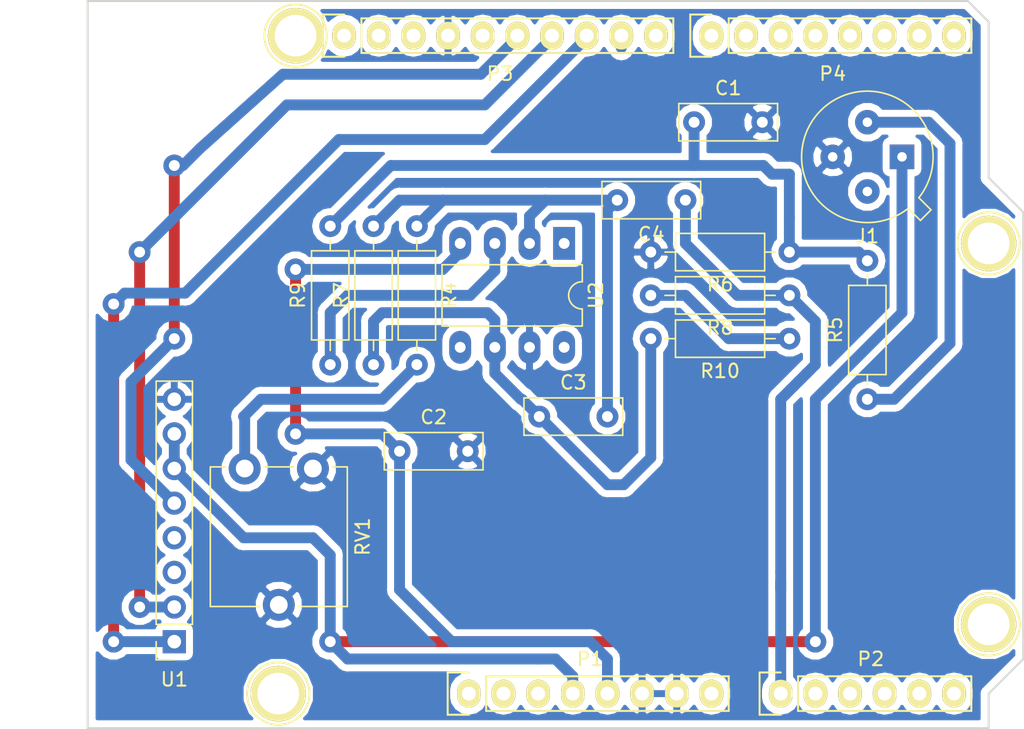
<source format=kicad_pcb>
(kicad_pcb (version 20171130) (host pcbnew "(5.0.0)")

  (general
    (thickness 1.6)
    (drawings 22)
    (tracks 129)
    (zones 0)
    (modules 23)
    (nets 46)
  )

  (page A4)
  (title_block
    (date "lun. 30 mars 2015")
  )

  (layers
    (0 F.Cu signal)
    (31 B.Cu signal)
    (32 B.Adhes user)
    (33 F.Adhes user)
    (34 B.Paste user)
    (35 F.Paste user)
    (36 B.SilkS user)
    (37 F.SilkS user)
    (38 B.Mask user)
    (39 F.Mask user)
    (40 Dwgs.User user)
    (41 Cmts.User user)
    (42 Eco1.User user)
    (43 Eco2.User user)
    (44 Edge.Cuts user)
    (45 Margin user)
    (46 B.CrtYd user)
    (47 F.CrtYd user)
    (48 B.Fab user)
    (49 F.Fab user)
  )

  (setup
    (last_trace_width 0.8)
    (trace_clearance 0.4)
    (zone_clearance 0.508)
    (zone_45_only no)
    (trace_min 0.2)
    (segment_width 0.15)
    (edge_width 0.15)
    (via_size 1.6)
    (via_drill 0.8)
    (via_min_size 0.4)
    (via_min_drill 0.3)
    (uvia_size 0.3)
    (uvia_drill 0.1)
    (uvias_allowed no)
    (uvia_min_size 0.2)
    (uvia_min_drill 0.1)
    (pcb_text_width 0.3)
    (pcb_text_size 1.5 1.5)
    (mod_edge_width 0.15)
    (mod_text_size 1 1)
    (mod_text_width 0.15)
    (pad_size 4.064 4.064)
    (pad_drill 3.048)
    (pad_to_mask_clearance 0)
    (aux_axis_origin 110.998 126.365)
    (grid_origin 110.998 126.365)
    (visible_elements 7FFFFFFF)
    (pcbplotparams
      (layerselection 0x00030_80000001)
      (usegerberextensions false)
      (usegerberattributes false)
      (usegerberadvancedattributes false)
      (creategerberjobfile false)
      (excludeedgelayer true)
      (linewidth 0.100000)
      (plotframeref false)
      (viasonmask false)
      (mode 1)
      (useauxorigin false)
      (hpglpennumber 1)
      (hpglpenspeed 20)
      (hpglpendiameter 15.000000)
      (psnegative false)
      (psa4output false)
      (plotreference true)
      (plotvalue true)
      (plotinvisibletext false)
      (padsonsilk false)
      (subtractmaskfromsilk false)
      (outputformat 1)
      (mirror false)
      (drillshape 1)
      (scaleselection 1)
      (outputdirectory ""))
  )

  (net 0 "")
  (net 1 /IOREF)
  (net 2 /Reset)
  (net 3 +5V)
  (net 4 GND)
  (net 5 /Vin)
  (net 6 /A0)
  (net 7 /A1)
  (net 8 /A2)
  (net 9 /A3)
  (net 10 /AREF)
  (net 11 "/A4(SDA)")
  (net 12 "/A5(SCL)")
  (net 13 "/9(**)")
  (net 14 /8)
  (net 15 /7)
  (net 16 "/6(**)")
  (net 17 "/5(**)")
  (net 18 /4)
  (net 19 "/3(**)")
  (net 20 /2)
  (net 21 "/1(Tx)")
  (net 22 "/0(Rx)")
  (net 23 "Net-(P5-Pad1)")
  (net 24 "Net-(P6-Pad1)")
  (net 25 "Net-(P7-Pad1)")
  (net 26 "Net-(P8-Pad1)")
  (net 27 "/13(SCK)")
  (net 28 "/10(**/SS)")
  (net 29 "Net-(P1-Pad1)")
  (net 30 +3V3)
  (net 31 "/12(MISO)")
  (net 32 "/11(**/MOSI)")
  (net 33 "Net-(U1-Pad3)")
  (net 34 "Net-(U1-Pad4)")
  (net 35 "Net-(C1-Pad1)")
  (net 36 "Net-(C3-Pad2)")
  (net 37 "Net-(C3-Pad1)")
  (net 38 /Capt_preamp)
  (net 39 "Net-(R4-Pad2)")
  (net 40 "Net-(R10-Pad1)")
  (net 41 "Net-(R9-Pad1)")
  (net 42 "Net-(U2-Pad1)")
  (net 43 "Net-(U2-Pad5)")
  (net 44 "Net-(U2-Pad8)")
  (net 45 /Recharge)

  (net_class Default "This is the default net class."
    (clearance 0.4)
    (trace_width 0.8)
    (via_dia 1.6)
    (via_drill 0.8)
    (uvia_dia 0.3)
    (uvia_drill 0.1)
    (add_net +3V3)
    (add_net +5V)
    (add_net "/0(Rx)")
    (add_net "/1(Tx)")
    (add_net "/10(**/SS)")
    (add_net "/11(**/MOSI)")
    (add_net "/12(MISO)")
    (add_net "/13(SCK)")
    (add_net /2)
    (add_net "/3(**)")
    (add_net /4)
    (add_net "/5(**)")
    (add_net "/6(**)")
    (add_net /7)
    (add_net /8)
    (add_net "/9(**)")
    (add_net /A0)
    (add_net /A1)
    (add_net /A2)
    (add_net /A3)
    (add_net "/A4(SDA)")
    (add_net "/A5(SCL)")
    (add_net /AREF)
    (add_net /Capt_preamp)
    (add_net /IOREF)
    (add_net /Recharge)
    (add_net /Reset)
    (add_net /Vin)
    (add_net GND)
    (add_net "Net-(C1-Pad1)")
    (add_net "Net-(C3-Pad1)")
    (add_net "Net-(C3-Pad2)")
    (add_net "Net-(P1-Pad1)")
    (add_net "Net-(P5-Pad1)")
    (add_net "Net-(P6-Pad1)")
    (add_net "Net-(P7-Pad1)")
    (add_net "Net-(P8-Pad1)")
    (add_net "Net-(R10-Pad1)")
    (add_net "Net-(R4-Pad2)")
    (add_net "Net-(R9-Pad1)")
    (add_net "Net-(U1-Pad3)")
    (add_net "Net-(U1-Pad4)")
    (add_net "Net-(U2-Pad1)")
    (add_net "Net-(U2-Pad5)")
    (add_net "Net-(U2-Pad8)")
  )

  (module Capacitor_THT:C_Rect_L7.0mm_W2.5mm_P5.00mm (layer F.Cu) (tedit 5AE50EF0) (tstamp 5BE41F4C)
    (at 154.813 87.63 180)
    (descr "C, Rect series, Radial, pin pitch=5.00mm, , length*width=7*2.5mm^2, Capacitor")
    (tags "C Rect series Radial pin pitch 5.00mm  length 7mm width 2.5mm Capacitor")
    (path /5BDE1432)
    (fp_text reference C4 (at 2.5 -2.5 180) (layer F.SilkS)
      (effects (font (size 1 1) (thickness 0.15)))
    )
    (fp_text value 100n (at 2.5 2.5 180) (layer F.Fab)
      (effects (font (size 1 1) (thickness 0.15)))
    )
    (fp_text user %R (at 2.5 0 180) (layer F.Fab)
      (effects (font (size 1 1) (thickness 0.15)))
    )
    (fp_line (start 6.25 -1.5) (end -1.25 -1.5) (layer F.CrtYd) (width 0.05))
    (fp_line (start 6.25 1.5) (end 6.25 -1.5) (layer F.CrtYd) (width 0.05))
    (fp_line (start -1.25 1.5) (end 6.25 1.5) (layer F.CrtYd) (width 0.05))
    (fp_line (start -1.25 -1.5) (end -1.25 1.5) (layer F.CrtYd) (width 0.05))
    (fp_line (start 6.12 -1.37) (end 6.12 1.37) (layer F.SilkS) (width 0.12))
    (fp_line (start -1.12 -1.37) (end -1.12 1.37) (layer F.SilkS) (width 0.12))
    (fp_line (start -1.12 1.37) (end 6.12 1.37) (layer F.SilkS) (width 0.12))
    (fp_line (start -1.12 -1.37) (end 6.12 -1.37) (layer F.SilkS) (width 0.12))
    (fp_line (start 6 -1.25) (end -1 -1.25) (layer F.Fab) (width 0.1))
    (fp_line (start 6 1.25) (end 6 -1.25) (layer F.Fab) (width 0.1))
    (fp_line (start -1 1.25) (end 6 1.25) (layer F.Fab) (width 0.1))
    (fp_line (start -1 -1.25) (end -1 1.25) (layer F.Fab) (width 0.1))
    (pad 2 thru_hole circle (at 5 0 180) (size 1.6 1.6) (drill 0.8) (layers *.Cu *.Mask)
      (net 36 "Net-(C3-Pad2)"))
    (pad 1 thru_hole circle (at 0 0 180) (size 1.6 1.6) (drill 0.8) (layers *.Cu *.Mask)
      (net 6 /A0))
    (model ${KISYS3DMOD}/Capacitor_THT.3dshapes/C_Rect_L7.0mm_W2.5mm_P5.00mm.wrl
      (at (xyz 0 0 0))
      (scale (xyz 1 1 1))
      (rotate (xyz 0 0 0))
    )
  )

  (module Connector_PinSocket_2.54mm:PinSocket_1x08_P2.54mm_Vertical (layer F.Cu) (tedit 5A19A420) (tstamp 5BE420C5)
    (at 117.348 120.015 180)
    (descr "Through hole straight socket strip, 1x08, 2.54mm pitch, single row (from Kicad 4.0.7), script generated")
    (tags "Through hole socket strip THT 1x08 2.54mm single row")
    (path /5BBD67A7)
    (fp_text reference U1 (at 0 -2.77 180) (layer F.SilkS)
      (effects (font (size 1 1) (thickness 0.15)))
    )
    (fp_text value RN2483A (at 0 20.55 180) (layer F.Fab)
      (effects (font (size 1 1) (thickness 0.15)))
    )
    (fp_line (start -1.27 -1.27) (end 0.635 -1.27) (layer F.Fab) (width 0.1))
    (fp_line (start 0.635 -1.27) (end 1.27 -0.635) (layer F.Fab) (width 0.1))
    (fp_line (start 1.27 -0.635) (end 1.27 19.05) (layer F.Fab) (width 0.1))
    (fp_line (start 1.27 19.05) (end -1.27 19.05) (layer F.Fab) (width 0.1))
    (fp_line (start -1.27 19.05) (end -1.27 -1.27) (layer F.Fab) (width 0.1))
    (fp_line (start -1.33 1.27) (end 1.33 1.27) (layer F.SilkS) (width 0.12))
    (fp_line (start -1.33 1.27) (end -1.33 19.11) (layer F.SilkS) (width 0.12))
    (fp_line (start -1.33 19.11) (end 1.33 19.11) (layer F.SilkS) (width 0.12))
    (fp_line (start 1.33 1.27) (end 1.33 19.11) (layer F.SilkS) (width 0.12))
    (fp_line (start 1.33 -1.33) (end 1.33 0) (layer F.SilkS) (width 0.12))
    (fp_line (start 0 -1.33) (end 1.33 -1.33) (layer F.SilkS) (width 0.12))
    (fp_line (start -1.8 -1.8) (end 1.75 -1.8) (layer F.CrtYd) (width 0.05))
    (fp_line (start 1.75 -1.8) (end 1.75 19.55) (layer F.CrtYd) (width 0.05))
    (fp_line (start 1.75 19.55) (end -1.8 19.55) (layer F.CrtYd) (width 0.05))
    (fp_line (start -1.8 19.55) (end -1.8 -1.8) (layer F.CrtYd) (width 0.05))
    (fp_text user %R (at 0 8.89 270) (layer F.Fab)
      (effects (font (size 1 1) (thickness 0.15)))
    )
    (pad 1 thru_hole rect (at 0 0 180) (size 1.7 1.7) (drill 1) (layers *.Cu *.Mask)
      (net 28 "/10(**/SS)"))
    (pad 2 thru_hole oval (at 0 2.54 180) (size 1.7 1.7) (drill 1) (layers *.Cu *.Mask)
      (net 32 "/11(**/MOSI)"))
    (pad 3 thru_hole oval (at 0 5.08 180) (size 1.7 1.7) (drill 1) (layers *.Cu *.Mask)
      (net 33 "Net-(U1-Pad3)"))
    (pad 4 thru_hole oval (at 0 7.62 180) (size 1.7 1.7) (drill 1) (layers *.Cu *.Mask)
      (net 34 "Net-(U1-Pad4)"))
    (pad 5 thru_hole oval (at 0 10.16 180) (size 1.7 1.7) (drill 1) (layers *.Cu *.Mask)
      (net 31 "/12(MISO)"))
    (pad 6 thru_hole oval (at 0 12.7 180) (size 1.7 1.7) (drill 1) (layers *.Cu *.Mask)
      (net 30 +3V3))
    (pad 7 thru_hole oval (at 0 15.24 180) (size 1.7 1.7) (drill 1) (layers *.Cu *.Mask)
      (net 30 +3V3))
    (pad 8 thru_hole oval (at 0 17.78 180) (size 1.7 1.7) (drill 1) (layers *.Cu *.Mask)
      (net 4 GND))
    (model ${KISYS3DMOD}/Connector_PinSocket_2.54mm.3dshapes/PinSocket_1x08_P2.54mm_Vertical.wrl
      (at (xyz 0 0 0))
      (scale (xyz 1 1 1))
      (rotate (xyz 0 0 0))
    )
  )

  (module Resistor_THT:R_Axial_DIN0207_L6.3mm_D2.5mm_P10.16mm_Horizontal (layer F.Cu) (tedit 5AE5139B) (tstamp 5BE41FFF)
    (at 168.148 102.235 90)
    (descr "Resistor, Axial_DIN0207 series, Axial, Horizontal, pin pitch=10.16mm, 0.25W = 1/4W, length*diameter=6.3*2.5mm^2, http://cdn-reichelt.de/documents/datenblatt/B400/1_4W%23YAG.pdf")
    (tags "Resistor Axial_DIN0207 series Axial Horizontal pin pitch 10.16mm 0.25W = 1/4W length 6.3mm diameter 2.5mm")
    (path /5BDB7AFC)
    (fp_text reference R5 (at 5.08 -2.37 90) (layer F.SilkS)
      (effects (font (size 1 1) (thickness 0.15)))
    )
    (fp_text value 10k (at 5.08 2.37 90) (layer F.Fab)
      (effects (font (size 1 1) (thickness 0.15)))
    )
    (fp_line (start 1.93 -1.25) (end 1.93 1.25) (layer F.Fab) (width 0.1))
    (fp_line (start 1.93 1.25) (end 8.23 1.25) (layer F.Fab) (width 0.1))
    (fp_line (start 8.23 1.25) (end 8.23 -1.25) (layer F.Fab) (width 0.1))
    (fp_line (start 8.23 -1.25) (end 1.93 -1.25) (layer F.Fab) (width 0.1))
    (fp_line (start 0 0) (end 1.93 0) (layer F.Fab) (width 0.1))
    (fp_line (start 10.16 0) (end 8.23 0) (layer F.Fab) (width 0.1))
    (fp_line (start 1.81 -1.37) (end 1.81 1.37) (layer F.SilkS) (width 0.12))
    (fp_line (start 1.81 1.37) (end 8.35 1.37) (layer F.SilkS) (width 0.12))
    (fp_line (start 8.35 1.37) (end 8.35 -1.37) (layer F.SilkS) (width 0.12))
    (fp_line (start 8.35 -1.37) (end 1.81 -1.37) (layer F.SilkS) (width 0.12))
    (fp_line (start 1.04 0) (end 1.81 0) (layer F.SilkS) (width 0.12))
    (fp_line (start 9.12 0) (end 8.35 0) (layer F.SilkS) (width 0.12))
    (fp_line (start -1.05 -1.5) (end -1.05 1.5) (layer F.CrtYd) (width 0.05))
    (fp_line (start -1.05 1.5) (end 11.21 1.5) (layer F.CrtYd) (width 0.05))
    (fp_line (start 11.21 1.5) (end 11.21 -1.5) (layer F.CrtYd) (width 0.05))
    (fp_line (start 11.21 -1.5) (end -1.05 -1.5) (layer F.CrtYd) (width 0.05))
    (fp_text user %R (at 5.08 0 90) (layer F.Fab)
      (effects (font (size 1 1) (thickness 0.15)))
    )
    (pad 1 thru_hole circle (at 0 0 90) (size 1.6 1.6) (drill 0.8) (layers *.Cu *.Mask)
      (net 38 /Capt_preamp))
    (pad 2 thru_hole oval (at 10.16 0 90) (size 1.6 1.6) (drill 0.8) (layers *.Cu *.Mask)
      (net 35 "Net-(C1-Pad1)"))
    (model ${KISYS3DMOD}/Resistor_THT.3dshapes/R_Axial_DIN0207_L6.3mm_D2.5mm_P10.16mm_Horizontal.wrl
      (at (xyz 0 0 0))
      (scale (xyz 1 1 1))
      (rotate (xyz 0 0 0))
    )
  )

  (module Resistor_THT:R_Axial_DIN0207_L6.3mm_D2.5mm_P10.16mm_Horizontal (layer F.Cu) (tedit 5AE5139B) (tstamp 5BE42016)
    (at 162.433 91.44 180)
    (descr "Resistor, Axial_DIN0207 series, Axial, Horizontal, pin pitch=10.16mm, 0.25W = 1/4W, length*diameter=6.3*2.5mm^2, http://cdn-reichelt.de/documents/datenblatt/B400/1_4W%23YAG.pdf")
    (tags "Resistor Axial_DIN0207 series Axial Horizontal pin pitch 10.16mm 0.25W = 1/4W length 6.3mm diameter 2.5mm")
    (path /5BDB7B78)
    (fp_text reference R6 (at 5.08 -2.37 180) (layer F.SilkS)
      (effects (font (size 1 1) (thickness 0.15)))
    )
    (fp_text value 100k (at 5.08 0.194999 180) (layer F.Fab)
      (effects (font (size 1 1) (thickness 0.15)))
    )
    (fp_text user %R (at 5.08 0 180) (layer F.Fab)
      (effects (font (size 1 1) (thickness 0.15)))
    )
    (fp_line (start 11.21 -1.5) (end -1.05 -1.5) (layer F.CrtYd) (width 0.05))
    (fp_line (start 11.21 1.5) (end 11.21 -1.5) (layer F.CrtYd) (width 0.05))
    (fp_line (start -1.05 1.5) (end 11.21 1.5) (layer F.CrtYd) (width 0.05))
    (fp_line (start -1.05 -1.5) (end -1.05 1.5) (layer F.CrtYd) (width 0.05))
    (fp_line (start 9.12 0) (end 8.35 0) (layer F.SilkS) (width 0.12))
    (fp_line (start 1.04 0) (end 1.81 0) (layer F.SilkS) (width 0.12))
    (fp_line (start 8.35 -1.37) (end 1.81 -1.37) (layer F.SilkS) (width 0.12))
    (fp_line (start 8.35 1.37) (end 8.35 -1.37) (layer F.SilkS) (width 0.12))
    (fp_line (start 1.81 1.37) (end 8.35 1.37) (layer F.SilkS) (width 0.12))
    (fp_line (start 1.81 -1.37) (end 1.81 1.37) (layer F.SilkS) (width 0.12))
    (fp_line (start 10.16 0) (end 8.23 0) (layer F.Fab) (width 0.1))
    (fp_line (start 0 0) (end 1.93 0) (layer F.Fab) (width 0.1))
    (fp_line (start 8.23 -1.25) (end 1.93 -1.25) (layer F.Fab) (width 0.1))
    (fp_line (start 8.23 1.25) (end 8.23 -1.25) (layer F.Fab) (width 0.1))
    (fp_line (start 1.93 1.25) (end 8.23 1.25) (layer F.Fab) (width 0.1))
    (fp_line (start 1.93 -1.25) (end 1.93 1.25) (layer F.Fab) (width 0.1))
    (pad 2 thru_hole oval (at 10.16 0 180) (size 1.6 1.6) (drill 0.8) (layers *.Cu *.Mask)
      (net 4 GND))
    (pad 1 thru_hole circle (at 0 0 180) (size 1.6 1.6) (drill 0.8) (layers *.Cu *.Mask)
      (net 35 "Net-(C1-Pad1)"))
    (model ${KISYS3DMOD}/Resistor_THT.3dshapes/R_Axial_DIN0207_L6.3mm_D2.5mm_P10.16mm_Horizontal.wrl
      (at (xyz 0 0 0))
      (scale (xyz 1 1 1))
      (rotate (xyz 0 0 0))
    )
  )

  (module Socket_Arduino_Uno:Socket_Strip_Arduino_1x08 locked (layer F.Cu) (tedit 5BD70390) (tstamp 551AF9EA)
    (at 138.938 123.825)
    (descr "Through hole socket strip")
    (tags "socket strip")
    (path /56D70129)
    (fp_text reference P1 (at 8.89 -2.54) (layer F.SilkS)
      (effects (font (size 1 1) (thickness 0.15)))
    )
    (fp_text value Power (at 8.89 -4.064) (layer F.Fab)
      (effects (font (size 1 1) (thickness 0.15)))
    )
    (fp_line (start -1.75 -1.75) (end -1.75 1.75) (layer F.CrtYd) (width 0.05))
    (fp_line (start 19.55 -1.75) (end 19.55 1.75) (layer F.CrtYd) (width 0.05))
    (fp_line (start -1.75 -1.75) (end 19.55 -1.75) (layer F.CrtYd) (width 0.05))
    (fp_line (start -1.75 1.75) (end 19.55 1.75) (layer F.CrtYd) (width 0.05))
    (fp_line (start 1.27 1.27) (end 19.05 1.27) (layer F.SilkS) (width 0.15))
    (fp_line (start 19.05 1.27) (end 19.05 -1.27) (layer F.SilkS) (width 0.15))
    (fp_line (start 19.05 -1.27) (end 1.27 -1.27) (layer F.SilkS) (width 0.15))
    (fp_line (start -1.55 1.55) (end 0 1.55) (layer F.SilkS) (width 0.15))
    (fp_line (start 1.27 1.27) (end 1.27 -1.27) (layer F.SilkS) (width 0.15))
    (fp_line (start 0 -1.55) (end -1.55 -1.55) (layer F.SilkS) (width 0.15))
    (fp_line (start -1.55 -1.55) (end -1.55 1.55) (layer F.SilkS) (width 0.15))
    (pad 1 thru_hole oval (at 0 0) (size 1.7272 2.032) (drill 1.016) (layers *.Cu *.Mask F.SilkS)
      (net 29 "Net-(P1-Pad1)"))
    (pad 2 thru_hole oval (at 2.54 0) (size 1.7272 2.032) (drill 1.016) (layers *.Cu *.Mask F.SilkS)
      (net 1 /IOREF))
    (pad 3 thru_hole oval (at 5.08 0) (size 1.7272 2.032) (drill 1.016) (layers *.Cu *.Mask F.SilkS)
      (net 2 /Reset))
    (pad 4 thru_hole oval (at 7.62 0) (size 1.7272 2.032) (drill 1.016) (layers *.Cu *.Mask F.SilkS)
      (net 30 +3V3))
    (pad 5 thru_hole oval (at 10.16 0) (size 1.7272 2.032) (drill 1.016) (layers *.Cu *.Mask F.SilkS)
      (net 3 +5V))
    (pad 6 thru_hole oval (at 12.7 0) (size 1.7272 2.032) (drill 1.016) (layers *.Cu *.Mask F.SilkS)
      (net 4 GND))
    (pad 7 thru_hole oval (at 15.24 0) (size 1.7272 2.032) (drill 1.016) (layers *.Cu *.Mask F.SilkS)
      (net 4 GND))
    (pad 8 thru_hole oval (at 17.78 0) (size 1.7272 2.032) (drill 1.016) (layers *.Cu *.Mask F.SilkS)
      (net 5 /Vin))
    (model ${KIPRJMOD}/Socket_Arduino_Uno.3dshapes/Socket_header_Arduino_1x08.wrl
      (offset (xyz 8.889999866485596 0 0))
      (scale (xyz 1 1 1))
      (rotate (xyz 0 0 180))
    )
  )

  (module Socket_Arduino_Uno:Socket_Strip_Arduino_1x06 locked (layer F.Cu) (tedit 552168D6) (tstamp 551AF9FF)
    (at 161.798 123.825)
    (descr "Through hole socket strip")
    (tags "socket strip")
    (path /56D70DD8)
    (fp_text reference P2 (at 6.604 -2.54) (layer F.SilkS)
      (effects (font (size 1 1) (thickness 0.15)))
    )
    (fp_text value Analog (at 6.604 -4.064) (layer F.Fab)
      (effects (font (size 1 1) (thickness 0.15)))
    )
    (fp_line (start -1.75 -1.75) (end -1.75 1.75) (layer F.CrtYd) (width 0.05))
    (fp_line (start 14.45 -1.75) (end 14.45 1.75) (layer F.CrtYd) (width 0.05))
    (fp_line (start -1.75 -1.75) (end 14.45 -1.75) (layer F.CrtYd) (width 0.05))
    (fp_line (start -1.75 1.75) (end 14.45 1.75) (layer F.CrtYd) (width 0.05))
    (fp_line (start 1.27 1.27) (end 13.97 1.27) (layer F.SilkS) (width 0.15))
    (fp_line (start 13.97 1.27) (end 13.97 -1.27) (layer F.SilkS) (width 0.15))
    (fp_line (start 13.97 -1.27) (end 1.27 -1.27) (layer F.SilkS) (width 0.15))
    (fp_line (start -1.55 1.55) (end 0 1.55) (layer F.SilkS) (width 0.15))
    (fp_line (start 1.27 1.27) (end 1.27 -1.27) (layer F.SilkS) (width 0.15))
    (fp_line (start 0 -1.55) (end -1.55 -1.55) (layer F.SilkS) (width 0.15))
    (fp_line (start -1.55 -1.55) (end -1.55 1.55) (layer F.SilkS) (width 0.15))
    (pad 1 thru_hole oval (at 0 0) (size 1.7272 2.032) (drill 1.016) (layers *.Cu *.Mask F.SilkS)
      (net 6 /A0))
    (pad 2 thru_hole oval (at 2.54 0) (size 1.7272 2.032) (drill 1.016) (layers *.Cu *.Mask F.SilkS)
      (net 7 /A1))
    (pad 3 thru_hole oval (at 5.08 0) (size 1.7272 2.032) (drill 1.016) (layers *.Cu *.Mask F.SilkS)
      (net 8 /A2))
    (pad 4 thru_hole oval (at 7.62 0) (size 1.7272 2.032) (drill 1.016) (layers *.Cu *.Mask F.SilkS)
      (net 9 /A3))
    (pad 5 thru_hole oval (at 10.16 0) (size 1.7272 2.032) (drill 1.016) (layers *.Cu *.Mask F.SilkS)
      (net 11 "/A4(SDA)"))
    (pad 6 thru_hole oval (at 12.7 0) (size 1.7272 2.032) (drill 1.016) (layers *.Cu *.Mask F.SilkS)
      (net 12 "/A5(SCL)"))
    (model ${KIPRJMOD}/Socket_Arduino_Uno.3dshapes/Socket_header_Arduino_1x06.wrl
      (offset (xyz 6.349999904632568 0 0))
      (scale (xyz 1 1 1))
      (rotate (xyz 0 0 180))
    )
  )

  (module Socket_Arduino_Uno:Socket_Strip_Arduino_1x10 locked (layer F.Cu) (tedit 552168BF) (tstamp 551AFA18)
    (at 129.794 75.565)
    (descr "Through hole socket strip")
    (tags "socket strip")
    (path /56D721E0)
    (fp_text reference P3 (at 11.43 2.794) (layer F.SilkS)
      (effects (font (size 1 1) (thickness 0.15)))
    )
    (fp_text value Digital (at 11.43 4.318) (layer F.Fab)
      (effects (font (size 1 1) (thickness 0.15)))
    )
    (fp_line (start -1.75 -1.75) (end -1.75 1.75) (layer F.CrtYd) (width 0.05))
    (fp_line (start 24.65 -1.75) (end 24.65 1.75) (layer F.CrtYd) (width 0.05))
    (fp_line (start -1.75 -1.75) (end 24.65 -1.75) (layer F.CrtYd) (width 0.05))
    (fp_line (start -1.75 1.75) (end 24.65 1.75) (layer F.CrtYd) (width 0.05))
    (fp_line (start 1.27 1.27) (end 24.13 1.27) (layer F.SilkS) (width 0.15))
    (fp_line (start 24.13 1.27) (end 24.13 -1.27) (layer F.SilkS) (width 0.15))
    (fp_line (start 24.13 -1.27) (end 1.27 -1.27) (layer F.SilkS) (width 0.15))
    (fp_line (start -1.55 1.55) (end 0 1.55) (layer F.SilkS) (width 0.15))
    (fp_line (start 1.27 1.27) (end 1.27 -1.27) (layer F.SilkS) (width 0.15))
    (fp_line (start 0 -1.55) (end -1.55 -1.55) (layer F.SilkS) (width 0.15))
    (fp_line (start -1.55 -1.55) (end -1.55 1.55) (layer F.SilkS) (width 0.15))
    (pad 1 thru_hole oval (at 0 0) (size 1.7272 2.032) (drill 1.016) (layers *.Cu *.Mask F.SilkS)
      (net 12 "/A5(SCL)"))
    (pad 2 thru_hole oval (at 2.54 0) (size 1.7272 2.032) (drill 1.016) (layers *.Cu *.Mask F.SilkS)
      (net 11 "/A4(SDA)"))
    (pad 3 thru_hole oval (at 5.08 0) (size 1.7272 2.032) (drill 1.016) (layers *.Cu *.Mask F.SilkS)
      (net 10 /AREF))
    (pad 4 thru_hole oval (at 7.62 0) (size 1.7272 2.032) (drill 1.016) (layers *.Cu *.Mask F.SilkS)
      (net 4 GND))
    (pad 5 thru_hole oval (at 10.16 0) (size 1.7272 2.032) (drill 1.016) (layers *.Cu *.Mask F.SilkS)
      (net 27 "/13(SCK)"))
    (pad 6 thru_hole oval (at 12.7 0) (size 1.7272 2.032) (drill 1.016) (layers *.Cu *.Mask F.SilkS)
      (net 31 "/12(MISO)"))
    (pad 7 thru_hole oval (at 15.24 0) (size 1.7272 2.032) (drill 1.016) (layers *.Cu *.Mask F.SilkS)
      (net 32 "/11(**/MOSI)"))
    (pad 8 thru_hole oval (at 17.78 0) (size 1.7272 2.032) (drill 1.016) (layers *.Cu *.Mask F.SilkS)
      (net 28 "/10(**/SS)"))
    (pad 9 thru_hole oval (at 20.32 0) (size 1.7272 2.032) (drill 1.016) (layers *.Cu *.Mask F.SilkS)
      (net 13 "/9(**)"))
    (pad 10 thru_hole oval (at 22.86 0) (size 1.7272 2.032) (drill 1.016) (layers *.Cu *.Mask F.SilkS)
      (net 14 /8))
    (model ${KIPRJMOD}/Socket_Arduino_Uno.3dshapes/Socket_header_Arduino_1x10.wrl
      (offset (xyz 11.42999982833862 0 0))
      (scale (xyz 1 1 1))
      (rotate (xyz 0 0 180))
    )
  )

  (module Socket_Arduino_Uno:Socket_Strip_Arduino_1x08 locked (layer F.Cu) (tedit 552168C7) (tstamp 551AFA2F)
    (at 156.718 75.565)
    (descr "Through hole socket strip")
    (tags "socket strip")
    (path /56D7164F)
    (fp_text reference P4 (at 8.89 2.794) (layer F.SilkS)
      (effects (font (size 1 1) (thickness 0.15)))
    )
    (fp_text value Digital (at 8.89 4.318) (layer F.Fab)
      (effects (font (size 1 1) (thickness 0.15)))
    )
    (fp_line (start -1.75 -1.75) (end -1.75 1.75) (layer F.CrtYd) (width 0.05))
    (fp_line (start 19.55 -1.75) (end 19.55 1.75) (layer F.CrtYd) (width 0.05))
    (fp_line (start -1.75 -1.75) (end 19.55 -1.75) (layer F.CrtYd) (width 0.05))
    (fp_line (start -1.75 1.75) (end 19.55 1.75) (layer F.CrtYd) (width 0.05))
    (fp_line (start 1.27 1.27) (end 19.05 1.27) (layer F.SilkS) (width 0.15))
    (fp_line (start 19.05 1.27) (end 19.05 -1.27) (layer F.SilkS) (width 0.15))
    (fp_line (start 19.05 -1.27) (end 1.27 -1.27) (layer F.SilkS) (width 0.15))
    (fp_line (start -1.55 1.55) (end 0 1.55) (layer F.SilkS) (width 0.15))
    (fp_line (start 1.27 1.27) (end 1.27 -1.27) (layer F.SilkS) (width 0.15))
    (fp_line (start 0 -1.55) (end -1.55 -1.55) (layer F.SilkS) (width 0.15))
    (fp_line (start -1.55 -1.55) (end -1.55 1.55) (layer F.SilkS) (width 0.15))
    (pad 1 thru_hole oval (at 0 0) (size 1.7272 2.032) (drill 1.016) (layers *.Cu *.Mask F.SilkS)
      (net 15 /7))
    (pad 2 thru_hole oval (at 2.54 0) (size 1.7272 2.032) (drill 1.016) (layers *.Cu *.Mask F.SilkS)
      (net 16 "/6(**)"))
    (pad 3 thru_hole oval (at 5.08 0) (size 1.7272 2.032) (drill 1.016) (layers *.Cu *.Mask F.SilkS)
      (net 17 "/5(**)"))
    (pad 4 thru_hole oval (at 7.62 0) (size 1.7272 2.032) (drill 1.016) (layers *.Cu *.Mask F.SilkS)
      (net 18 /4))
    (pad 5 thru_hole oval (at 10.16 0) (size 1.7272 2.032) (drill 1.016) (layers *.Cu *.Mask F.SilkS)
      (net 19 "/3(**)"))
    (pad 6 thru_hole oval (at 12.7 0) (size 1.7272 2.032) (drill 1.016) (layers *.Cu *.Mask F.SilkS)
      (net 20 /2))
    (pad 7 thru_hole oval (at 15.24 0) (size 1.7272 2.032) (drill 1.016) (layers *.Cu *.Mask F.SilkS)
      (net 21 "/1(Tx)"))
    (pad 8 thru_hole oval (at 17.78 0) (size 1.7272 2.032) (drill 1.016) (layers *.Cu *.Mask F.SilkS)
      (net 22 "/0(Rx)"))
    (model ${KIPRJMOD}/Socket_Arduino_Uno.3dshapes/Socket_header_Arduino_1x08.wrl
      (offset (xyz 8.889999866485596 0 0))
      (scale (xyz 1 1 1))
      (rotate (xyz 0 0 180))
    )
  )

  (module Socket_Arduino_Uno:Arduino_1pin locked (layer F.Cu) (tedit 5524FC39) (tstamp 5524FC3F)
    (at 124.968 123.825)
    (descr "module 1 pin (ou trou mecanique de percage)")
    (tags DEV)
    (path /56D71177)
    (fp_text reference P5 (at 0 -3.048) (layer F.SilkS) hide
      (effects (font (size 1 1) (thickness 0.15)))
    )
    (fp_text value CONN_01X01 (at 0 2.794) (layer F.Fab) hide
      (effects (font (size 1 1) (thickness 0.15)))
    )
    (fp_circle (center 0 0) (end 0 -2.286) (layer F.SilkS) (width 0.15))
    (pad 1 thru_hole circle (at 0 0) (size 4.064 4.064) (drill 3.048) (layers *.Cu *.Mask F.SilkS)
      (net 23 "Net-(P5-Pad1)"))
  )

  (module Socket_Arduino_Uno:Arduino_1pin locked (layer F.Cu) (tedit 5524FC4A) (tstamp 5524FC44)
    (at 177.038 118.745)
    (descr "module 1 pin (ou trou mecanique de percage)")
    (tags DEV)
    (path /56D71274)
    (fp_text reference P6 (at 0 -3.048) (layer F.SilkS) hide
      (effects (font (size 1 1) (thickness 0.15)))
    )
    (fp_text value CONN_01X01 (at 0 2.794) (layer F.Fab) hide
      (effects (font (size 1 1) (thickness 0.15)))
    )
    (fp_circle (center 0 0) (end 0 -2.286) (layer F.SilkS) (width 0.15))
    (pad 1 thru_hole circle (at 0 0) (size 4.064 4.064) (drill 3.048) (layers *.Cu *.Mask F.SilkS)
      (net 24 "Net-(P6-Pad1)"))
  )

  (module Socket_Arduino_Uno:Arduino_1pin locked (layer F.Cu) (tedit 5524FC2F) (tstamp 5524FC49)
    (at 126.238 75.565)
    (descr "module 1 pin (ou trou mecanique de percage)")
    (tags DEV)
    (path /56D712A8)
    (fp_text reference P7 (at 0 -3.048) (layer F.SilkS) hide
      (effects (font (size 1 1) (thickness 0.15)))
    )
    (fp_text value CONN_01X01 (at 0 2.794) (layer F.Fab) hide
      (effects (font (size 1 1) (thickness 0.15)))
    )
    (fp_circle (center 0 0) (end 0 -2.286) (layer F.SilkS) (width 0.15))
    (pad 1 thru_hole circle (at 0 0) (size 4.064 4.064) (drill 3.048) (layers *.Cu *.Mask F.SilkS)
      (net 25 "Net-(P7-Pad1)"))
  )

  (module Socket_Arduino_Uno:Arduino_1pin locked (layer F.Cu) (tedit 5524FC41) (tstamp 5524FC4E)
    (at 177.038 90.805)
    (descr "module 1 pin (ou trou mecanique de percage)")
    (tags DEV)
    (path /56D712DB)
    (fp_text reference P8 (at 0 -3.048) (layer F.SilkS) hide
      (effects (font (size 1 1) (thickness 0.15)))
    )
    (fp_text value CONN_01X01 (at 0 2.794) (layer F.Fab) hide
      (effects (font (size 1 1) (thickness 0.15)))
    )
    (fp_circle (center 0 0) (end 0 -2.286) (layer F.SilkS) (width 0.15))
    (pad 1 thru_hole circle (at 0 0) (size 4.064 4.064) (drill 3.048) (layers *.Cu *.Mask F.SilkS)
      (net 26 "Net-(P8-Pad1)"))
  )

  (module Capacitor_THT:C_Rect_L7.0mm_W2.5mm_P5.00mm (layer F.Cu) (tedit 5AE50EF0) (tstamp 5BE41F13)
    (at 155.448 81.915)
    (descr "C, Rect series, Radial, pin pitch=5.00mm, , length*width=7*2.5mm^2, Capacitor")
    (tags "C Rect series Radial pin pitch 5.00mm  length 7mm width 2.5mm Capacitor")
    (path /5BDB7BFE)
    (fp_text reference C1 (at 2.5 -2.5) (layer F.SilkS)
      (effects (font (size 1 1) (thickness 0.15)))
    )
    (fp_text value 100n (at 2.5 2.5) (layer F.Fab)
      (effects (font (size 1 1) (thickness 0.15)))
    )
    (fp_line (start -1 -1.25) (end -1 1.25) (layer F.Fab) (width 0.1))
    (fp_line (start -1 1.25) (end 6 1.25) (layer F.Fab) (width 0.1))
    (fp_line (start 6 1.25) (end 6 -1.25) (layer F.Fab) (width 0.1))
    (fp_line (start 6 -1.25) (end -1 -1.25) (layer F.Fab) (width 0.1))
    (fp_line (start -1.12 -1.37) (end 6.12 -1.37) (layer F.SilkS) (width 0.12))
    (fp_line (start -1.12 1.37) (end 6.12 1.37) (layer F.SilkS) (width 0.12))
    (fp_line (start -1.12 -1.37) (end -1.12 1.37) (layer F.SilkS) (width 0.12))
    (fp_line (start 6.12 -1.37) (end 6.12 1.37) (layer F.SilkS) (width 0.12))
    (fp_line (start -1.25 -1.5) (end -1.25 1.5) (layer F.CrtYd) (width 0.05))
    (fp_line (start -1.25 1.5) (end 6.25 1.5) (layer F.CrtYd) (width 0.05))
    (fp_line (start 6.25 1.5) (end 6.25 -1.5) (layer F.CrtYd) (width 0.05))
    (fp_line (start 6.25 -1.5) (end -1.25 -1.5) (layer F.CrtYd) (width 0.05))
    (fp_text user %R (at 2.5 0) (layer F.Fab)
      (effects (font (size 1 1) (thickness 0.15)))
    )
    (pad 1 thru_hole circle (at 0 0) (size 1.6 1.6) (drill 0.8) (layers *.Cu *.Mask)
      (net 35 "Net-(C1-Pad1)"))
    (pad 2 thru_hole circle (at 5 0) (size 1.6 1.6) (drill 0.8) (layers *.Cu *.Mask)
      (net 4 GND))
    (model ${KISYS3DMOD}/Capacitor_THT.3dshapes/C_Rect_L7.0mm_W2.5mm_P5.00mm.wrl
      (at (xyz 0 0 0))
      (scale (xyz 1 1 1))
      (rotate (xyz 0 0 0))
    )
  )

  (module Capacitor_THT:C_Rect_L7.0mm_W2.5mm_P5.00mm (layer F.Cu) (tedit 5AE50EF0) (tstamp 5BE41F26)
    (at 133.858 106.045)
    (descr "C, Rect series, Radial, pin pitch=5.00mm, , length*width=7*2.5mm^2, Capacitor")
    (tags "C Rect series Radial pin pitch 5.00mm  length 7mm width 2.5mm Capacitor")
    (path /5BDD86CD)
    (fp_text reference C2 (at 2.5 -2.5) (layer F.SilkS)
      (effects (font (size 1 1) (thickness 0.15)))
    )
    (fp_text value 100n (at 2.5 2.5) (layer F.Fab)
      (effects (font (size 1 1) (thickness 0.15)))
    )
    (fp_line (start -1 -1.25) (end -1 1.25) (layer F.Fab) (width 0.1))
    (fp_line (start -1 1.25) (end 6 1.25) (layer F.Fab) (width 0.1))
    (fp_line (start 6 1.25) (end 6 -1.25) (layer F.Fab) (width 0.1))
    (fp_line (start 6 -1.25) (end -1 -1.25) (layer F.Fab) (width 0.1))
    (fp_line (start -1.12 -1.37) (end 6.12 -1.37) (layer F.SilkS) (width 0.12))
    (fp_line (start -1.12 1.37) (end 6.12 1.37) (layer F.SilkS) (width 0.12))
    (fp_line (start -1.12 -1.37) (end -1.12 1.37) (layer F.SilkS) (width 0.12))
    (fp_line (start 6.12 -1.37) (end 6.12 1.37) (layer F.SilkS) (width 0.12))
    (fp_line (start -1.25 -1.5) (end -1.25 1.5) (layer F.CrtYd) (width 0.05))
    (fp_line (start -1.25 1.5) (end 6.25 1.5) (layer F.CrtYd) (width 0.05))
    (fp_line (start 6.25 1.5) (end 6.25 -1.5) (layer F.CrtYd) (width 0.05))
    (fp_line (start 6.25 -1.5) (end -1.25 -1.5) (layer F.CrtYd) (width 0.05))
    (fp_text user %R (at 2.54 0) (layer F.Fab)
      (effects (font (size 1 1) (thickness 0.15)))
    )
    (pad 1 thru_hole circle (at 0 0) (size 1.6 1.6) (drill 0.8) (layers *.Cu *.Mask)
      (net 3 +5V))
    (pad 2 thru_hole circle (at 5 0) (size 1.6 1.6) (drill 0.8) (layers *.Cu *.Mask)
      (net 4 GND))
    (model ${KISYS3DMOD}/Capacitor_THT.3dshapes/C_Rect_L7.0mm_W2.5mm_P5.00mm.wrl
      (at (xyz 0 0 0))
      (scale (xyz 1 1 1))
      (rotate (xyz 0 0 0))
    )
  )

  (module Capacitor_THT:C_Rect_L7.0mm_W2.5mm_P5.00mm (layer F.Cu) (tedit 5AE50EF0) (tstamp 5BE41F39)
    (at 144.098 103.505)
    (descr "C, Rect series, Radial, pin pitch=5.00mm, , length*width=7*2.5mm^2, Capacitor")
    (tags "C Rect series Radial pin pitch 5.00mm  length 7mm width 2.5mm Capacitor")
    (path /5BDC98C1)
    (fp_text reference C3 (at 2.5 -2.5) (layer F.SilkS)
      (effects (font (size 1 1) (thickness 0.15)))
    )
    (fp_text value 1u (at 2.5 2.5) (layer F.Fab)
      (effects (font (size 1 1) (thickness 0.15)))
    )
    (fp_text user %R (at 2.5 0) (layer F.Fab)
      (effects (font (size 1 1) (thickness 0.15)))
    )
    (fp_line (start 6.25 -1.5) (end -1.25 -1.5) (layer F.CrtYd) (width 0.05))
    (fp_line (start 6.25 1.5) (end 6.25 -1.5) (layer F.CrtYd) (width 0.05))
    (fp_line (start -1.25 1.5) (end 6.25 1.5) (layer F.CrtYd) (width 0.05))
    (fp_line (start -1.25 -1.5) (end -1.25 1.5) (layer F.CrtYd) (width 0.05))
    (fp_line (start 6.12 -1.37) (end 6.12 1.37) (layer F.SilkS) (width 0.12))
    (fp_line (start -1.12 -1.37) (end -1.12 1.37) (layer F.SilkS) (width 0.12))
    (fp_line (start -1.12 1.37) (end 6.12 1.37) (layer F.SilkS) (width 0.12))
    (fp_line (start -1.12 -1.37) (end 6.12 -1.37) (layer F.SilkS) (width 0.12))
    (fp_line (start 6 -1.25) (end -1 -1.25) (layer F.Fab) (width 0.1))
    (fp_line (start 6 1.25) (end 6 -1.25) (layer F.Fab) (width 0.1))
    (fp_line (start -1 1.25) (end 6 1.25) (layer F.Fab) (width 0.1))
    (fp_line (start -1 -1.25) (end -1 1.25) (layer F.Fab) (width 0.1))
    (pad 2 thru_hole circle (at 5 0) (size 1.6 1.6) (drill 0.8) (layers *.Cu *.Mask)
      (net 36 "Net-(C3-Pad2)"))
    (pad 1 thru_hole circle (at 0 0) (size 1.6 1.6) (drill 0.8) (layers *.Cu *.Mask)
      (net 37 "Net-(C3-Pad1)"))
    (model ${KISYS3DMOD}/Capacitor_THT.3dshapes/C_Rect_L7.0mm_W2.5mm_P5.00mm.wrl
      (at (xyz 0 0 0))
      (scale (xyz 1 1 1))
      (rotate (xyz 0 0 0))
    )
  )

  (module Resistor_THT:R_Axial_DIN0207_L6.3mm_D2.5mm_P10.16mm_Horizontal (layer F.Cu) (tedit 5AE5139B) (tstamp 5BE41FE8)
    (at 135.128 89.535 270)
    (descr "Resistor, Axial_DIN0207 series, Axial, Horizontal, pin pitch=10.16mm, 0.25W = 1/4W, length*diameter=6.3*2.5mm^2, http://cdn-reichelt.de/documents/datenblatt/B400/1_4W%23YAG.pdf")
    (tags "Resistor Axial_DIN0207 series Axial Horizontal pin pitch 10.16mm 0.25W = 1/4W length 6.3mm diameter 2.5mm")
    (path /5BE19696)
    (fp_text reference R4 (at 5.08 -2.37 270) (layer F.SilkS)
      (effects (font (size 1 1) (thickness 0.15)))
    )
    (fp_text value 100 (at 5.08 2.37 270) (layer F.Fab)
      (effects (font (size 1 1) (thickness 0.15)))
    )
    (fp_line (start 1.93 -1.25) (end 1.93 1.25) (layer F.Fab) (width 0.1))
    (fp_line (start 1.93 1.25) (end 8.23 1.25) (layer F.Fab) (width 0.1))
    (fp_line (start 8.23 1.25) (end 8.23 -1.25) (layer F.Fab) (width 0.1))
    (fp_line (start 8.23 -1.25) (end 1.93 -1.25) (layer F.Fab) (width 0.1))
    (fp_line (start 0 0) (end 1.93 0) (layer F.Fab) (width 0.1))
    (fp_line (start 10.16 0) (end 8.23 0) (layer F.Fab) (width 0.1))
    (fp_line (start 1.81 -1.37) (end 1.81 1.37) (layer F.SilkS) (width 0.12))
    (fp_line (start 1.81 1.37) (end 8.35 1.37) (layer F.SilkS) (width 0.12))
    (fp_line (start 8.35 1.37) (end 8.35 -1.37) (layer F.SilkS) (width 0.12))
    (fp_line (start 8.35 -1.37) (end 1.81 -1.37) (layer F.SilkS) (width 0.12))
    (fp_line (start 1.04 0) (end 1.81 0) (layer F.SilkS) (width 0.12))
    (fp_line (start 9.12 0) (end 8.35 0) (layer F.SilkS) (width 0.12))
    (fp_line (start -1.05 -1.5) (end -1.05 1.5) (layer F.CrtYd) (width 0.05))
    (fp_line (start -1.05 1.5) (end 11.21 1.5) (layer F.CrtYd) (width 0.05))
    (fp_line (start 11.21 1.5) (end 11.21 -1.5) (layer F.CrtYd) (width 0.05))
    (fp_line (start 11.21 -1.5) (end -1.05 -1.5) (layer F.CrtYd) (width 0.05))
    (fp_text user %R (at 5.08 0 270) (layer F.Fab)
      (effects (font (size 1 1) (thickness 0.15)))
    )
    (pad 1 thru_hole circle (at 0 0 270) (size 1.6 1.6) (drill 0.8) (layers *.Cu *.Mask)
      (net 36 "Net-(C3-Pad2)"))
    (pad 2 thru_hole oval (at 10.16 0 270) (size 1.6 1.6) (drill 0.8) (layers *.Cu *.Mask)
      (net 39 "Net-(R4-Pad2)"))
    (model ${KISYS3DMOD}/Resistor_THT.3dshapes/R_Axial_DIN0207_L6.3mm_D2.5mm_P10.16mm_Horizontal.wrl
      (at (xyz 0 0 0))
      (scale (xyz 1 1 1))
      (rotate (xyz 0 0 0))
    )
  )

  (module Resistor_THT:R_Axial_DIN0207_L6.3mm_D2.5mm_P10.16mm_Horizontal (layer F.Cu) (tedit 5AE5139B) (tstamp 5BE4202D)
    (at 131.953 99.695 90)
    (descr "Resistor, Axial_DIN0207 series, Axial, Horizontal, pin pitch=10.16mm, 0.25W = 1/4W, length*diameter=6.3*2.5mm^2, http://cdn-reichelt.de/documents/datenblatt/B400/1_4W%23YAG.pdf")
    (tags "Resistor Axial_DIN0207 series Axial Horizontal pin pitch 10.16mm 0.25W = 1/4W length 6.3mm diameter 2.5mm")
    (path /5BDC9A24)
    (fp_text reference R7 (at 5.08 -2.37 90) (layer F.SilkS)
      (effects (font (size 1 1) (thickness 0.15)))
    )
    (fp_text value 100k (at 5.08 2.37 90) (layer F.Fab)
      (effects (font (size 1 1) (thickness 0.15)))
    )
    (fp_line (start 1.93 -1.25) (end 1.93 1.25) (layer F.Fab) (width 0.1))
    (fp_line (start 1.93 1.25) (end 8.23 1.25) (layer F.Fab) (width 0.1))
    (fp_line (start 8.23 1.25) (end 8.23 -1.25) (layer F.Fab) (width 0.1))
    (fp_line (start 8.23 -1.25) (end 1.93 -1.25) (layer F.Fab) (width 0.1))
    (fp_line (start 0 0) (end 1.93 0) (layer F.Fab) (width 0.1))
    (fp_line (start 10.16 0) (end 8.23 0) (layer F.Fab) (width 0.1))
    (fp_line (start 1.81 -1.37) (end 1.81 1.37) (layer F.SilkS) (width 0.12))
    (fp_line (start 1.81 1.37) (end 8.35 1.37) (layer F.SilkS) (width 0.12))
    (fp_line (start 8.35 1.37) (end 8.35 -1.37) (layer F.SilkS) (width 0.12))
    (fp_line (start 8.35 -1.37) (end 1.81 -1.37) (layer F.SilkS) (width 0.12))
    (fp_line (start 1.04 0) (end 1.81 0) (layer F.SilkS) (width 0.12))
    (fp_line (start 9.12 0) (end 8.35 0) (layer F.SilkS) (width 0.12))
    (fp_line (start -1.05 -1.5) (end -1.05 1.5) (layer F.CrtYd) (width 0.05))
    (fp_line (start -1.05 1.5) (end 11.21 1.5) (layer F.CrtYd) (width 0.05))
    (fp_line (start 11.21 1.5) (end 11.21 -1.5) (layer F.CrtYd) (width 0.05))
    (fp_line (start 11.21 -1.5) (end -1.05 -1.5) (layer F.CrtYd) (width 0.05))
    (fp_text user %R (at 5.08 0 90) (layer F.Fab)
      (effects (font (size 1 1) (thickness 0.15)))
    )
    (pad 1 thru_hole circle (at 0 0 90) (size 1.6 1.6) (drill 0.8) (layers *.Cu *.Mask)
      (net 37 "Net-(C3-Pad1)"))
    (pad 2 thru_hole oval (at 10.16 0 90) (size 1.6 1.6) (drill 0.8) (layers *.Cu *.Mask)
      (net 36 "Net-(C3-Pad2)"))
    (model ${KISYS3DMOD}/Resistor_THT.3dshapes/R_Axial_DIN0207_L6.3mm_D2.5mm_P10.16mm_Horizontal.wrl
      (at (xyz 0 0 0))
      (scale (xyz 1 1 1))
      (rotate (xyz 0 0 0))
    )
  )

  (module Resistor_THT:R_Axial_DIN0207_L6.3mm_D2.5mm_P10.16mm_Horizontal (layer F.Cu) (tedit 5AE5139B) (tstamp 5BE42044)
    (at 162.433 94.615 180)
    (descr "Resistor, Axial_DIN0207 series, Axial, Horizontal, pin pitch=10.16mm, 0.25W = 1/4W, length*diameter=6.3*2.5mm^2, http://cdn-reichelt.de/documents/datenblatt/B400/1_4W%23YAG.pdf")
    (tags "Resistor Axial_DIN0207 series Axial Horizontal pin pitch 10.16mm 0.25W = 1/4W length 6.3mm diameter 2.5mm")
    (path /5BDE1341)
    (fp_text reference R8 (at 5.08 -2.37 180) (layer F.SilkS)
      (effects (font (size 1 1) (thickness 0.15)))
    )
    (fp_text value 1k (at 5.08 2.37 180) (layer F.Fab)
      (effects (font (size 1 1) (thickness 0.15)))
    )
    (fp_text user %R (at 5.08 0 180) (layer F.Fab)
      (effects (font (size 1 1) (thickness 0.15)))
    )
    (fp_line (start 11.21 -1.5) (end -1.05 -1.5) (layer F.CrtYd) (width 0.05))
    (fp_line (start 11.21 1.5) (end 11.21 -1.5) (layer F.CrtYd) (width 0.05))
    (fp_line (start -1.05 1.5) (end 11.21 1.5) (layer F.CrtYd) (width 0.05))
    (fp_line (start -1.05 -1.5) (end -1.05 1.5) (layer F.CrtYd) (width 0.05))
    (fp_line (start 9.12 0) (end 8.35 0) (layer F.SilkS) (width 0.12))
    (fp_line (start 1.04 0) (end 1.81 0) (layer F.SilkS) (width 0.12))
    (fp_line (start 8.35 -1.37) (end 1.81 -1.37) (layer F.SilkS) (width 0.12))
    (fp_line (start 8.35 1.37) (end 8.35 -1.37) (layer F.SilkS) (width 0.12))
    (fp_line (start 1.81 1.37) (end 8.35 1.37) (layer F.SilkS) (width 0.12))
    (fp_line (start 1.81 -1.37) (end 1.81 1.37) (layer F.SilkS) (width 0.12))
    (fp_line (start 10.16 0) (end 8.23 0) (layer F.Fab) (width 0.1))
    (fp_line (start 0 0) (end 1.93 0) (layer F.Fab) (width 0.1))
    (fp_line (start 8.23 -1.25) (end 1.93 -1.25) (layer F.Fab) (width 0.1))
    (fp_line (start 8.23 1.25) (end 8.23 -1.25) (layer F.Fab) (width 0.1))
    (fp_line (start 1.93 1.25) (end 8.23 1.25) (layer F.Fab) (width 0.1))
    (fp_line (start 1.93 -1.25) (end 1.93 1.25) (layer F.Fab) (width 0.1))
    (pad 2 thru_hole oval (at 10.16 0 180) (size 1.6 1.6) (drill 0.8) (layers *.Cu *.Mask)
      (net 40 "Net-(R10-Pad1)"))
    (pad 1 thru_hole circle (at 0 0 180) (size 1.6 1.6) (drill 0.8) (layers *.Cu *.Mask)
      (net 6 /A0))
    (model ${KISYS3DMOD}/Resistor_THT.3dshapes/R_Axial_DIN0207_L6.3mm_D2.5mm_P10.16mm_Horizontal.wrl
      (at (xyz 0 0 0))
      (scale (xyz 1 1 1))
      (rotate (xyz 0 0 0))
    )
  )

  (module Resistor_THT:R_Axial_DIN0207_L6.3mm_D2.5mm_P10.16mm_Horizontal (layer F.Cu) (tedit 5AE5139B) (tstamp 5BE4205B)
    (at 128.778 99.695 90)
    (descr "Resistor, Axial_DIN0207 series, Axial, Horizontal, pin pitch=10.16mm, 0.25W = 1/4W, length*diameter=6.3*2.5mm^2, http://cdn-reichelt.de/documents/datenblatt/B400/1_4W%23YAG.pdf")
    (tags "Resistor Axial_DIN0207 series Axial Horizontal pin pitch 10.16mm 0.25W = 1/4W length 6.3mm diameter 2.5mm")
    (path /5BE2B84C)
    (fp_text reference R9 (at 5.08 -2.37 90) (layer F.SilkS)
      (effects (font (size 1 1) (thickness 0.15)))
    )
    (fp_text value 0 (at 5.08 2.37 90) (layer F.Fab)
      (effects (font (size 1 1) (thickness 0.15)))
    )
    (fp_text user %R (at 5.08 0 90) (layer F.Fab)
      (effects (font (size 1 1) (thickness 0.15)))
    )
    (fp_line (start 11.21 -1.5) (end -1.05 -1.5) (layer F.CrtYd) (width 0.05))
    (fp_line (start 11.21 1.5) (end 11.21 -1.5) (layer F.CrtYd) (width 0.05))
    (fp_line (start -1.05 1.5) (end 11.21 1.5) (layer F.CrtYd) (width 0.05))
    (fp_line (start -1.05 -1.5) (end -1.05 1.5) (layer F.CrtYd) (width 0.05))
    (fp_line (start 9.12 0) (end 8.35 0) (layer F.SilkS) (width 0.12))
    (fp_line (start 1.04 0) (end 1.81 0) (layer F.SilkS) (width 0.12))
    (fp_line (start 8.35 -1.37) (end 1.81 -1.37) (layer F.SilkS) (width 0.12))
    (fp_line (start 8.35 1.37) (end 8.35 -1.37) (layer F.SilkS) (width 0.12))
    (fp_line (start 1.81 1.37) (end 8.35 1.37) (layer F.SilkS) (width 0.12))
    (fp_line (start 1.81 -1.37) (end 1.81 1.37) (layer F.SilkS) (width 0.12))
    (fp_line (start 10.16 0) (end 8.23 0) (layer F.Fab) (width 0.1))
    (fp_line (start 0 0) (end 1.93 0) (layer F.Fab) (width 0.1))
    (fp_line (start 8.23 -1.25) (end 1.93 -1.25) (layer F.Fab) (width 0.1))
    (fp_line (start 8.23 1.25) (end 8.23 -1.25) (layer F.Fab) (width 0.1))
    (fp_line (start 1.93 1.25) (end 8.23 1.25) (layer F.Fab) (width 0.1))
    (fp_line (start 1.93 -1.25) (end 1.93 1.25) (layer F.Fab) (width 0.1))
    (pad 2 thru_hole oval (at 10.16 0 90) (size 1.6 1.6) (drill 0.8) (layers *.Cu *.Mask)
      (net 35 "Net-(C1-Pad1)"))
    (pad 1 thru_hole circle (at 0 0 90) (size 1.6 1.6) (drill 0.8) (layers *.Cu *.Mask)
      (net 41 "Net-(R9-Pad1)"))
    (model ${KISYS3DMOD}/Resistor_THT.3dshapes/R_Axial_DIN0207_L6.3mm_D2.5mm_P10.16mm_Horizontal.wrl
      (at (xyz 0 0 0))
      (scale (xyz 1 1 1))
      (rotate (xyz 0 0 0))
    )
  )

  (module Resistor_THT:R_Axial_DIN0207_L6.3mm_D2.5mm_P10.16mm_Horizontal (layer F.Cu) (tedit 5AE5139B) (tstamp 5BE42072)
    (at 162.433 97.79 180)
    (descr "Resistor, Axial_DIN0207 series, Axial, Horizontal, pin pitch=10.16mm, 0.25W = 1/4W, length*diameter=6.3*2.5mm^2, http://cdn-reichelt.de/documents/datenblatt/B400/1_4W%23YAG.pdf")
    (tags "Resistor Axial_DIN0207 series Axial Horizontal pin pitch 10.16mm 0.25W = 1/4W length 6.3mm diameter 2.5mm")
    (path /5BE36168)
    (fp_text reference R10 (at 5.08 -2.37 180) (layer F.SilkS)
      (effects (font (size 1 1) (thickness 0.15)))
    )
    (fp_text value 0 (at 5.08 2.37 180) (layer F.Fab)
      (effects (font (size 1 1) (thickness 0.15)))
    )
    (fp_line (start 1.93 -1.25) (end 1.93 1.25) (layer F.Fab) (width 0.1))
    (fp_line (start 1.93 1.25) (end 8.23 1.25) (layer F.Fab) (width 0.1))
    (fp_line (start 8.23 1.25) (end 8.23 -1.25) (layer F.Fab) (width 0.1))
    (fp_line (start 8.23 -1.25) (end 1.93 -1.25) (layer F.Fab) (width 0.1))
    (fp_line (start 0 0) (end 1.93 0) (layer F.Fab) (width 0.1))
    (fp_line (start 10.16 0) (end 8.23 0) (layer F.Fab) (width 0.1))
    (fp_line (start 1.81 -1.37) (end 1.81 1.37) (layer F.SilkS) (width 0.12))
    (fp_line (start 1.81 1.37) (end 8.35 1.37) (layer F.SilkS) (width 0.12))
    (fp_line (start 8.35 1.37) (end 8.35 -1.37) (layer F.SilkS) (width 0.12))
    (fp_line (start 8.35 -1.37) (end 1.81 -1.37) (layer F.SilkS) (width 0.12))
    (fp_line (start 1.04 0) (end 1.81 0) (layer F.SilkS) (width 0.12))
    (fp_line (start 9.12 0) (end 8.35 0) (layer F.SilkS) (width 0.12))
    (fp_line (start -1.05 -1.5) (end -1.05 1.5) (layer F.CrtYd) (width 0.05))
    (fp_line (start -1.05 1.5) (end 11.21 1.5) (layer F.CrtYd) (width 0.05))
    (fp_line (start 11.21 1.5) (end 11.21 -1.5) (layer F.CrtYd) (width 0.05))
    (fp_line (start 11.21 -1.5) (end -1.05 -1.5) (layer F.CrtYd) (width 0.05))
    (fp_text user %R (at 5.08 0) (layer F.Fab)
      (effects (font (size 1 1) (thickness 0.15)))
    )
    (pad 1 thru_hole circle (at 0 0 180) (size 1.6 1.6) (drill 0.8) (layers *.Cu *.Mask)
      (net 40 "Net-(R10-Pad1)"))
    (pad 2 thru_hole oval (at 10.16 0 180) (size 1.6 1.6) (drill 0.8) (layers *.Cu *.Mask)
      (net 37 "Net-(C3-Pad1)"))
    (model ${KISYS3DMOD}/Resistor_THT.3dshapes/R_Axial_DIN0207_L6.3mm_D2.5mm_P10.16mm_Horizontal.wrl
      (at (xyz 0 0 0))
      (scale (xyz 1 1 1))
      (rotate (xyz 0 0 0))
    )
  )

  (module Potentiometer_THT:Potentiometer_ACP_CA9-V10_Vertical (layer F.Cu) (tedit 5A3D4994) (tstamp 5BE4208A)
    (at 122.508 107.315 270)
    (descr "Potentiometer, vertical, ACP CA9-V10, http://www.acptechnologies.com/wp-content/uploads/2017/05/02-ACP-CA9-CE9.pdf")
    (tags "Potentiometer vertical ACP CA9-V10")
    (path /5BDEE86B)
    (fp_text reference RV1 (at 5 -8.65 270) (layer F.SilkS)
      (effects (font (size 1 1) (thickness 0.15)))
    )
    (fp_text value 1k (at 5 3.65 270) (layer F.Fab)
      (effects (font (size 1 1) (thickness 0.15)))
    )
    (fp_circle (center 5 -2.5) (end 6.05 -2.5) (layer F.Fab) (width 0.1))
    (fp_line (start 0 -7.4) (end 0 2.4) (layer F.Fab) (width 0.1))
    (fp_line (start 0 2.4) (end 10 2.4) (layer F.Fab) (width 0.1))
    (fp_line (start 10 2.4) (end 10 -7.4) (layer F.Fab) (width 0.1))
    (fp_line (start 10 -7.4) (end 0 -7.4) (layer F.Fab) (width 0.1))
    (fp_line (start -0.12 -7.521) (end 10.12 -7.521) (layer F.SilkS) (width 0.12))
    (fp_line (start -0.12 2.52) (end 10.12 2.52) (layer F.SilkS) (width 0.12))
    (fp_line (start -0.12 -7.521) (end -0.12 -6.426) (layer F.SilkS) (width 0.12))
    (fp_line (start -0.12 -3.574) (end -0.12 -1.425) (layer F.SilkS) (width 0.12))
    (fp_line (start -0.12 1.425) (end -0.12 2.52) (layer F.SilkS) (width 0.12))
    (fp_line (start 10.12 -7.521) (end 10.12 -3.925) (layer F.SilkS) (width 0.12))
    (fp_line (start 10.12 -1.075) (end 10.12 2.52) (layer F.SilkS) (width 0.12))
    (fp_line (start -1.45 -7.65) (end -1.45 2.7) (layer F.CrtYd) (width 0.05))
    (fp_line (start -1.45 2.7) (end 11.45 2.7) (layer F.CrtYd) (width 0.05))
    (fp_line (start 11.45 2.7) (end 11.45 -7.65) (layer F.CrtYd) (width 0.05))
    (fp_line (start 11.45 -7.65) (end -1.45 -7.65) (layer F.CrtYd) (width 0.05))
    (fp_text user %R (at 1 -2.5) (layer F.Fab)
      (effects (font (size 1 1) (thickness 0.15)))
    )
    (pad 3 thru_hole circle (at 0 -5 270) (size 2.34 2.34) (drill 1.3) (layers *.Cu *.Mask)
      (net 4 GND))
    (pad 2 thru_hole circle (at 10 -2.5 270) (size 2.34 2.34) (drill 1.3) (layers *.Cu *.Mask)
      (net 4 GND))
    (pad 1 thru_hole circle (at 0 0 270) (size 2.34 2.34) (drill 1.3) (layers *.Cu *.Mask)
      (net 39 "Net-(R4-Pad2)"))
    (model ${KISYS3DMOD}/Potentiometer_THT.3dshapes/Potentiometer_ACP_CA9-V10_Vertical.wrl
      (at (xyz 0 0 0))
      (scale (xyz 1 1 1))
      (rotate (xyz 0 0 0))
    )
  )

  (module Package_DIP:DIP-8_W7.62mm_LongPads (layer F.Cu) (tedit 5A02E8C5) (tstamp 5BE420E1)
    (at 145.923 90.805 270)
    (descr "8-lead though-hole mounted DIP package, row spacing 7.62 mm (300 mils), LongPads")
    (tags "THT DIP DIL PDIP 2.54mm 7.62mm 300mil LongPads")
    (path /5BD9AEAB)
    (fp_text reference U2 (at 3.81 -2.33 270) (layer F.SilkS)
      (effects (font (size 1 1) (thickness 0.15)))
    )
    (fp_text value LTC1050 (at 3.81 9.95 270) (layer F.Fab)
      (effects (font (size 1 1) (thickness 0.15)))
    )
    (fp_arc (start 3.81 -1.33) (end 2.81 -1.33) (angle -180) (layer F.SilkS) (width 0.12))
    (fp_line (start 1.635 -1.27) (end 6.985 -1.27) (layer F.Fab) (width 0.1))
    (fp_line (start 6.985 -1.27) (end 6.985 8.89) (layer F.Fab) (width 0.1))
    (fp_line (start 6.985 8.89) (end 0.635 8.89) (layer F.Fab) (width 0.1))
    (fp_line (start 0.635 8.89) (end 0.635 -0.27) (layer F.Fab) (width 0.1))
    (fp_line (start 0.635 -0.27) (end 1.635 -1.27) (layer F.Fab) (width 0.1))
    (fp_line (start 2.81 -1.33) (end 1.56 -1.33) (layer F.SilkS) (width 0.12))
    (fp_line (start 1.56 -1.33) (end 1.56 8.95) (layer F.SilkS) (width 0.12))
    (fp_line (start 1.56 8.95) (end 6.06 8.95) (layer F.SilkS) (width 0.12))
    (fp_line (start 6.06 8.95) (end 6.06 -1.33) (layer F.SilkS) (width 0.12))
    (fp_line (start 6.06 -1.33) (end 4.81 -1.33) (layer F.SilkS) (width 0.12))
    (fp_line (start -1.45 -1.55) (end -1.45 9.15) (layer F.CrtYd) (width 0.05))
    (fp_line (start -1.45 9.15) (end 9.1 9.15) (layer F.CrtYd) (width 0.05))
    (fp_line (start 9.1 9.15) (end 9.1 -1.55) (layer F.CrtYd) (width 0.05))
    (fp_line (start 9.1 -1.55) (end -1.45 -1.55) (layer F.CrtYd) (width 0.05))
    (fp_text user %R (at 3.81 3.81 270) (layer F.Fab)
      (effects (font (size 1 1) (thickness 0.15)))
    )
    (pad 1 thru_hole rect (at 0 0 270) (size 2.4 1.6) (drill 0.8) (layers *.Cu *.Mask)
      (net 42 "Net-(U2-Pad1)"))
    (pad 5 thru_hole oval (at 7.62 7.62 270) (size 2.4 1.6) (drill 0.8) (layers *.Cu *.Mask)
      (net 43 "Net-(U2-Pad5)"))
    (pad 2 thru_hole oval (at 0 2.54 270) (size 2.4 1.6) (drill 0.8) (layers *.Cu *.Mask)
      (net 36 "Net-(C3-Pad2)"))
    (pad 6 thru_hole oval (at 7.62 5.08 270) (size 2.4 1.6) (drill 0.8) (layers *.Cu *.Mask)
      (net 37 "Net-(C3-Pad1)"))
    (pad 3 thru_hole oval (at 0 5.08 270) (size 2.4 1.6) (drill 0.8) (layers *.Cu *.Mask)
      (net 41 "Net-(R9-Pad1)"))
    (pad 7 thru_hole oval (at 7.62 2.54 270) (size 2.4 1.6) (drill 0.8) (layers *.Cu *.Mask)
      (net 4 GND))
    (pad 4 thru_hole oval (at 0 7.62 270) (size 2.4 1.6) (drill 0.8) (layers *.Cu *.Mask)
      (net 3 +5V))
    (pad 8 thru_hole oval (at 7.62 0 270) (size 2.4 1.6) (drill 0.8) (layers *.Cu *.Mask)
      (net 44 "Net-(U2-Pad8)"))
    (model ${KISYS3DMOD}/Package_DIP.3dshapes/DIP-8_W7.62mm.wrl
      (at (xyz 0 0 0))
      (scale (xyz 1 1 1))
      (rotate (xyz 0 0 0))
    )
  )

  (module MesEmpreintes:TO-5-4 (layer F.Cu) (tedit 5BD71509) (tstamp 5BF07E5C)
    (at 170.688 84.455 180)
    (descr TO-5-4)
    (tags TO-5-4)
    (path /5BBE3AA0)
    (fp_text reference J1 (at 2.54 -5.82 180) (layer F.SilkS)
      (effects (font (size 1 1) (thickness 0.15)))
    )
    (fp_text value Conn_01x04 (at 2.54 5.82 180) (layer F.Fab)
      (effects (font (size 1 1) (thickness 0.15)))
    )
    (fp_arc (start 2.54 0) (end -0.457084 -3.774902) (angle 346.9) (layer F.SilkS) (width 0.12))
    (fp_arc (start 2.54 0) (end -0.465408 -3.61352) (angle 349.5) (layer F.Fab) (width 0.1))
    (fp_circle (center 2.54 0) (end 6.79 0) (layer F.Fab) (width 0.1))
    (fp_line (start 7.49 -4.95) (end -2.41 -4.95) (layer F.CrtYd) (width 0.05))
    (fp_line (start 7.49 4.95) (end 7.49 -4.95) (layer F.CrtYd) (width 0.05))
    (fp_line (start -2.41 4.95) (end 7.49 4.95) (layer F.CrtYd) (width 0.05))
    (fp_line (start -2.41 -4.95) (end -2.41 4.95) (layer F.CrtYd) (width 0.05))
    (fp_line (start -2.125856 -3.888039) (end -1.234902 -2.997084) (layer F.SilkS) (width 0.12))
    (fp_line (start -1.348039 -4.665856) (end -2.125856 -3.888039) (layer F.SilkS) (width 0.12))
    (fp_line (start -0.457084 -3.774902) (end -1.348039 -4.665856) (layer F.SilkS) (width 0.12))
    (fp_line (start -1.879621 -3.81151) (end -1.07352 -3.005408) (layer F.Fab) (width 0.1))
    (fp_line (start -1.27151 -4.419621) (end -1.879621 -3.81151) (layer F.Fab) (width 0.1))
    (fp_line (start -0.465408 -3.61352) (end -1.27151 -4.419621) (layer F.Fab) (width 0.1))
    (fp_text user %R (at 2.54 -5.82 180) (layer F.Fab)
      (effects (font (size 1 1) (thickness 0.15)))
    )
    (pad 4 thru_hole circle (at 2.54 -2.54 180) (size 1.8 1.8) (drill 0.7) (layers *.Cu *.Mask)
      (net 45 /Recharge))
    (pad 3 thru_hole circle (at 5.08 0 180) (size 1.8 1.8) (drill 0.7) (layers *.Cu *.Mask)
      (net 4 GND))
    (pad 2 thru_hole circle (at 2.54 2.54 180) (size 1.8 1.8) (drill 0.7) (layers *.Cu *.Mask)
      (net 38 /Capt_preamp))
    (pad 1 thru_hole rect (at 0 0 180) (size 1.8 1.8) (drill 0.7) (layers *.Cu *.Mask)
      (net 30 +3V3))
    (model ${KISYS3DMOD}/Package_TO_SOT_THT.3dshapes/TO-5-4.wrl
      (at (xyz 0 0 0))
      (scale (xyz 1 1 1))
      (rotate (xyz 0 0 0))
    )
  )

  (gr_circle (center 117.348 76.962) (end 118.618 76.962) (layer Dwgs.User) (width 0.15))
  (gr_line (start 114.427 78.994) (end 114.427 74.93) (angle 90) (layer Dwgs.User) (width 0.15))
  (gr_line (start 120.269 78.994) (end 114.427 78.994) (angle 90) (layer Dwgs.User) (width 0.15))
  (gr_line (start 120.269 74.93) (end 120.269 78.994) (angle 90) (layer Dwgs.User) (width 0.15))
  (gr_line (start 114.427 74.93) (end 120.269 74.93) (angle 90) (layer Dwgs.User) (width 0.15))
  (gr_line (start 120.523 93.98) (end 104.648 93.98) (angle 90) (layer Dwgs.User) (width 0.15))
  (gr_line (start 177.038 74.549) (end 175.514 73.025) (angle 90) (layer Edge.Cuts) (width 0.15))
  (gr_line (start 177.038 85.979) (end 177.038 74.549) (angle 90) (layer Edge.Cuts) (width 0.15))
  (gr_line (start 179.578 88.519) (end 177.038 85.979) (angle 90) (layer Edge.Cuts) (width 0.15))
  (gr_line (start 179.578 121.285) (end 179.578 88.519) (angle 90) (layer Edge.Cuts) (width 0.15))
  (gr_line (start 177.038 123.825) (end 179.578 121.285) (angle 90) (layer Edge.Cuts) (width 0.15))
  (gr_line (start 177.038 126.365) (end 177.038 123.825) (angle 90) (layer Edge.Cuts) (width 0.15))
  (gr_line (start 110.998 126.365) (end 177.038 126.365) (angle 90) (layer Edge.Cuts) (width 0.15))
  (gr_line (start 110.998 73.025) (end 110.998 126.365) (angle 90) (layer Edge.Cuts) (width 0.15))
  (gr_line (start 175.514 73.025) (end 110.998 73.025) (angle 90) (layer Edge.Cuts) (width 0.15))
  (gr_line (start 109.093 123.19) (end 109.093 114.3) (angle 90) (layer Dwgs.User) (width 0.15))
  (gr_line (start 122.428 123.19) (end 109.093 123.19) (angle 90) (layer Dwgs.User) (width 0.15))
  (gr_line (start 122.428 114.3) (end 122.428 123.19) (angle 90) (layer Dwgs.User) (width 0.15))
  (gr_line (start 109.093 114.3) (end 122.428 114.3) (angle 90) (layer Dwgs.User) (width 0.15))
  (gr_line (start 104.648 93.98) (end 104.648 82.55) (angle 90) (layer Dwgs.User) (width 0.15))
  (gr_line (start 120.523 82.55) (end 120.523 93.98) (angle 90) (layer Dwgs.User) (width 0.15))
  (gr_line (start 104.648 82.55) (end 120.523 82.55) (angle 90) (layer Dwgs.User) (width 0.15))

  (segment (start 149.098 123.6726) (end 149.098 123.825) (width 0.5) (layer B.Cu) (net 3))
  (segment (start 149.098 123.6726) (end 149.098 123.825) (width 0.5) (layer F.Cu) (net 3))
  (segment (start 138.303 90.805) (end 138.303 91.44) (width 0.8) (layer B.Cu) (net 3))
  (segment (start 138.303 91.44) (end 137.033 92.71) (width 0.8) (layer B.Cu) (net 3))
  (segment (start 149.098 121.285) (end 147.828 120.015) (width 0.8) (layer B.Cu) (net 3))
  (segment (start 149.098 123.825) (end 149.098 121.285) (width 0.8) (layer B.Cu) (net 3))
  (via (at 126.238 104.775) (size 1.6) (drill 0.8) (layers F.Cu B.Cu) (net 3))
  (via (at 126.238 92.71) (size 1.6) (drill 0.8) (layers F.Cu B.Cu) (net 3))
  (segment (start 126.238 92.71) (end 126.238 104.775) (width 0.8) (layer F.Cu) (net 3))
  (segment (start 132.588 104.775) (end 133.858 106.045) (width 0.8) (layer B.Cu) (net 3))
  (segment (start 133.858 106.045) (end 133.858 116.205) (width 0.8) (layer B.Cu) (net 3))
  (segment (start 137.668 120.015) (end 147.828 120.015) (width 0.8) (layer B.Cu) (net 3))
  (segment (start 133.858 116.205) (end 137.668 120.015) (width 0.8) (layer B.Cu) (net 3))
  (segment (start 132.588 104.775) (end 126.238 104.775) (width 0.8) (layer B.Cu) (net 3))
  (segment (start 126.238 92.71) (end 137.033 92.71) (width 0.8) (layer B.Cu) (net 3))
  (segment (start 154.178 123.6726) (end 154.178 123.825) (width 0.5) (layer B.Cu) (net 4))
  (segment (start 161.798 123.475) (end 161.798 123.825) (width 0.5) (layer B.Cu) (net 6))
  (segment (start 161.798 115.57) (end 161.798 123.825) (width 0.8) (layer B.Cu) (net 6))
  (segment (start 164.338 99.695) (end 163.703 100.33) (width 0.8) (layer B.Cu) (net 6))
  (segment (start 162.433 94.615) (end 164.338 96.52) (width 0.8) (layer B.Cu) (net 6))
  (segment (start 164.338 96.52) (end 164.338 99.695) (width 0.8) (layer B.Cu) (net 6))
  (segment (start 158.623 94.615) (end 162.433 94.615) (width 0.8) (layer B.Cu) (net 6))
  (segment (start 154.813 87.63) (end 154.813 90.805) (width 0.8) (layer B.Cu) (net 6))
  (segment (start 154.813 90.805) (end 158.623 94.615) (width 0.8) (layer B.Cu) (net 6))
  (segment (start 163.703 100.33) (end 161.798 102.235) (width 0.8) (layer B.Cu) (net 6))
  (segment (start 161.798 102.235) (end 161.798 114.935) (width 0.8) (layer B.Cu) (net 6))
  (segment (start 161.798 114.935) (end 161.798 116.205) (width 0.8) (layer B.Cu) (net 6))
  (segment (start 150.114 76.454) (end 150.114 75.565) (width 0.8) (layer B.Cu) (net 13))
  (segment (start 156.718 75.565) (end 156.718 75.7174) (width 0.8) (layer B.Cu) (net 15))
  (segment (start 159.258 75.7174) (end 159.258 75.565) (width 0.8) (layer B.Cu) (net 16))
  (via (at 112.903 120.015) (size 1.6) (drill 0.8) (layers F.Cu B.Cu) (net 28))
  (segment (start 117.348 120.015) (end 112.903 120.015) (width 0.8) (layer B.Cu) (net 28))
  (segment (start 112.903 120.015) (end 112.903 95.25) (width 0.8) (layer F.Cu) (net 28))
  (via (at 112.903 95.25) (size 1.6) (drill 0.8) (layers F.Cu B.Cu) (net 28))
  (segment (start 113.702999 94.450001) (end 118.147999 94.450001) (width 0.8) (layer B.Cu) (net 28))
  (segment (start 112.903 95.25) (end 113.702999 94.450001) (width 0.8) (layer B.Cu) (net 28))
  (segment (start 118.147999 94.450001) (end 129.413 83.185) (width 0.8) (layer B.Cu) (net 28))
  (segment (start 129.413 83.185) (end 140.1064 83.185) (width 0.8) (layer B.Cu) (net 28))
  (segment (start 147.574 75.7174) (end 147.574 75.565) (width 0.8) (layer B.Cu) (net 28))
  (segment (start 140.1064 83.185) (end 147.574 75.7174) (width 0.8) (layer B.Cu) (net 28))
  (segment (start 117.348 107.315) (end 117.348 104.775) (width 0.8) (layer B.Cu) (net 30))
  (segment (start 170.688 84.455) (end 170.688 94.615) (width 0.8) (layer B.Cu) (net 30))
  (segment (start 170.688 94.615) (end 170.688 95.885) (width 0.8) (layer B.Cu) (net 30))
  (segment (start 170.688 95.885) (end 164.338 102.235) (width 0.8) (layer B.Cu) (net 30))
  (segment (start 146.558 122.555) (end 146.558 123.825) (width 0.8) (layer B.Cu) (net 30))
  (segment (start 145.288 121.285) (end 146.558 122.555) (width 0.8) (layer B.Cu) (net 30))
  (segment (start 130.048 121.285) (end 144.018 121.285) (width 0.8) (layer B.Cu) (net 30))
  (segment (start 128.778 120.015) (end 128.778 120.015) (width 0.8) (layer B.Cu) (net 30))
  (segment (start 144.018 121.285) (end 145.288 121.285) (width 0.8) (layer B.Cu) (net 30) (tstamp 5C016C58))
  (segment (start 164.338 102.235) (end 164.338 120.015) (width 0.8) (layer B.Cu) (net 30))
  (via (at 164.338 120.015) (size 1.6) (drill 0.8) (layers F.Cu B.Cu) (net 30))
  (segment (start 128.778 120.015) (end 130.048 121.285) (width 0.8) (layer B.Cu) (net 30) (tstamp 5C016C5F))
  (via (at 128.778 120.015) (size 1.6) (drill 0.8) (layers F.Cu B.Cu) (net 30))
  (segment (start 164.338 120.015) (end 128.778 120.015) (width 0.8) (layer F.Cu) (net 30))
  (segment (start 128.778 113.665) (end 128.778 120.015) (width 0.8) (layer B.Cu) (net 30))
  (segment (start 127.508 112.395) (end 128.778 113.665) (width 0.8) (layer B.Cu) (net 30))
  (segment (start 117.348 107.315) (end 122.428 112.395) (width 0.8) (layer B.Cu) (net 30))
  (segment (start 122.428 112.395) (end 127.508 112.395) (width 0.8) (layer B.Cu) (net 30))
  (segment (start 117.348 109.855) (end 114.173 106.68) (width 0.8) (layer B.Cu) (net 31))
  (via (at 117.348 97.79) (size 1.6) (drill 0.8) (layers F.Cu B.Cu) (net 31))
  (segment (start 114.173 106.68) (end 114.173 100.965) (width 0.8) (layer B.Cu) (net 31))
  (segment (start 114.173 100.965) (end 117.348 97.79) (width 0.8) (layer B.Cu) (net 31))
  (segment (start 117.348 97.79) (end 117.348 85.09) (width 0.8) (layer F.Cu) (net 31))
  (via (at 117.348 85.09) (size 1.6) (drill 0.8) (layers F.Cu B.Cu) (net 31))
  (segment (start 142.494 75.7174) (end 142.494 75.565) (width 0.8) (layer B.Cu) (net 31))
  (segment (start 139.814399 78.397001) (end 142.494 75.7174) (width 0.8) (layer B.Cu) (net 31))
  (segment (start 125.310999 78.397001) (end 139.814399 78.397001) (width 0.8) (layer B.Cu) (net 31))
  (segment (start 119.253 83.82) (end 125.310999 78.397001) (width 0.8) (layer B.Cu) (net 31))
  (segment (start 117.348 85.09) (end 117.983 85.09) (width 0.8) (layer B.Cu) (net 31))
  (segment (start 117.983 85.09) (end 119.253 83.82) (width 0.8) (layer B.Cu) (net 31))
  (via (at 114.808 117.475) (size 1.6) (drill 0.8) (layers F.Cu B.Cu) (net 32))
  (segment (start 117.348 117.475) (end 114.808 117.475) (width 0.8) (layer B.Cu) (net 32))
  (segment (start 114.808 117.475) (end 114.808 91.44) (width 0.8) (layer F.Cu) (net 32))
  (via (at 114.808 91.44) (size 1.6) (drill 0.8) (layers F.Cu B.Cu) (net 32))
  (segment (start 114.808 91.44) (end 125.603 80.645) (width 0.8) (layer B.Cu) (net 32))
  (segment (start 145.034 75.7174) (end 145.034 75.565) (width 0.8) (layer B.Cu) (net 32))
  (segment (start 140.1064 80.645) (end 145.034 75.7174) (width 0.8) (layer B.Cu) (net 32))
  (segment (start 125.603 80.645) (end 140.1064 80.645) (width 0.8) (layer B.Cu) (net 32))
  (segment (start 162.433 91.44) (end 162.433 88.9) (width 0.8) (layer B.Cu) (net 35))
  (segment (start 128.778 89.535) (end 133.223 85.09) (width 0.8) (layer B.Cu) (net 35))
  (segment (start 162.433 88.9) (end 162.433 85.725) (width 0.8) (layer B.Cu) (net 35))
  (segment (start 161.163 85.725) (end 162.433 85.725) (width 0.8) (layer B.Cu) (net 35))
  (segment (start 160.528 85.09) (end 161.163 85.725) (width 0.8) (layer B.Cu) (net 35))
  (segment (start 155.448 81.915) (end 155.448 85.09) (width 0.8) (layer B.Cu) (net 35))
  (segment (start 133.223 85.09) (end 155.448 85.09) (width 0.8) (layer B.Cu) (net 35))
  (segment (start 155.448 85.09) (end 160.528 85.09) (width 0.8) (layer B.Cu) (net 35))
  (segment (start 167.513 91.44) (end 168.148 92.075) (width 0.8) (layer B.Cu) (net 35))
  (segment (start 162.433 91.44) (end 167.513 91.44) (width 0.8) (layer B.Cu) (net 35))
  (segment (start 144.558 87.63) (end 143.383 88.805) (width 0.8) (layer B.Cu) (net 36))
  (segment (start 143.383 88.805) (end 143.383 90.805) (width 0.8) (layer B.Cu) (net 36))
  (segment (start 131.953 89.535) (end 133.858 87.63) (width 0.8) (layer B.Cu) (net 36))
  (segment (start 135.927999 88.735001) (end 137.033 87.63) (width 0.8) (layer B.Cu) (net 36))
  (segment (start 135.128 89.535) (end 135.927999 88.735001) (width 0.8) (layer B.Cu) (net 36))
  (segment (start 133.858 87.63) (end 137.033 87.63) (width 0.8) (layer B.Cu) (net 36))
  (segment (start 137.033 87.63) (end 144.558 87.63) (width 0.8) (layer B.Cu) (net 36))
  (segment (start 144.558 87.63) (end 149.733 87.63) (width 0.8) (layer B.Cu) (net 36))
  (segment (start 149.098 88.345) (end 149.813 87.63) (width 0.8) (layer B.Cu) (net 36))
  (segment (start 149.098 103.505) (end 149.098 88.345) (width 0.8) (layer B.Cu) (net 36))
  (segment (start 140.843 100.33) (end 140.843 98.425) (width 0.8) (layer B.Cu) (net 37))
  (segment (start 142.748 102.235) (end 140.843 100.33) (width 0.8) (layer B.Cu) (net 37))
  (segment (start 140.843 96.425) (end 140.843 98.425) (width 0.8) (layer B.Cu) (net 37))
  (segment (start 140.303 95.885) (end 140.843 96.425) (width 0.8) (layer B.Cu) (net 37))
  (segment (start 132.588 95.885) (end 140.303 95.885) (width 0.8) (layer B.Cu) (net 37))
  (segment (start 131.953 96.52) (end 132.588 95.885) (width 0.8) (layer B.Cu) (net 37))
  (segment (start 131.953 99.695) (end 131.953 96.52) (width 0.8) (layer B.Cu) (net 37))
  (segment (start 142.828 102.235) (end 142.748 102.235) (width 0.8) (layer B.Cu) (net 37))
  (segment (start 144.098 103.505) (end 142.828 102.235) (width 0.8) (layer B.Cu) (net 37))
  (segment (start 144.098 103.505) (end 149.098 108.505) (width 0.8) (layer B.Cu) (net 37))
  (segment (start 149.098 108.505) (end 150.288 108.505) (width 0.8) (layer B.Cu) (net 37))
  (segment (start 152.273 106.52) (end 152.273 97.79) (width 0.8) (layer B.Cu) (net 37))
  (segment (start 150.288 108.505) (end 152.273 106.52) (width 0.8) (layer B.Cu) (net 37))
  (segment (start 174.205999 83.477001) (end 174.205999 98.132999) (width 0.8) (layer B.Cu) (net 38))
  (segment (start 170.103998 102.235) (end 168.148 102.235) (width 0.8) (layer B.Cu) (net 38))
  (segment (start 174.205999 98.132999) (end 170.103998 102.235) (width 0.8) (layer B.Cu) (net 38))
  (segment (start 172.643998 81.915) (end 174.205999 83.477001) (width 0.8) (layer B.Cu) (net 38))
  (segment (start 168.148 81.915) (end 172.643998 81.915) (width 0.8) (layer B.Cu) (net 38))
  (segment (start 123.698 102.235) (end 122.428 103.505) (width 0.8) (layer B.Cu) (net 39))
  (segment (start 135.128 99.695) (end 132.588 102.235) (width 0.8) (layer B.Cu) (net 39))
  (segment (start 132.588 102.235) (end 123.698 102.235) (width 0.8) (layer B.Cu) (net 39))
  (segment (start 122.508 103.585) (end 122.508 107.315) (width 0.8) (layer B.Cu) (net 39))
  (segment (start 122.428 103.505) (end 122.508 103.585) (width 0.8) (layer B.Cu) (net 39))
  (segment (start 152.273 94.615) (end 154.813 94.615) (width 0.8) (layer B.Cu) (net 40))
  (segment (start 154.813 94.615) (end 157.988 97.79) (width 0.8) (layer B.Cu) (net 40))
  (segment (start 157.988 97.79) (end 162.433 97.79) (width 0.8) (layer B.Cu) (net 40))
  (segment (start 128.778 95.885) (end 128.778 99.695) (width 0.8) (layer B.Cu) (net 41))
  (segment (start 130.048 94.615) (end 128.778 95.885) (width 0.8) (layer B.Cu) (net 41))
  (segment (start 139.033 94.615) (end 130.048 94.615) (width 0.8) (layer B.Cu) (net 41))
  (segment (start 140.843 90.805) (end 140.843 92.805) (width 0.8) (layer B.Cu) (net 41))
  (segment (start 140.843 92.805) (end 139.033 94.615) (width 0.8) (layer B.Cu) (net 41))

  (zone (net 4) (net_name GND) (layer B.Cu) (tstamp 0) (hatch edge 0.508)
    (connect_pads (clearance 0.508))
    (min_thickness 0.254)
    (fill yes (arc_segments 16) (thermal_gap 0.508) (thermal_bridge_width 0.508))
    (polygon
      (pts
        (xy 110.998 73.025) (xy 110.998 126.365) (xy 177.038 126.365) (xy 177.038 123.825) (xy 179.578 121.285)
        (xy 179.578 88.265) (xy 177.038 85.725) (xy 177.038 74.295) (xy 175.768 73.025)
      )
    )
    (filled_polygon
      (pts
        (xy 176.328001 74.843092) (xy 176.328 85.909076) (xy 176.314091 85.979) (xy 176.328 86.048924) (xy 176.328 86.048925)
        (xy 176.369195 86.256027) (xy 176.526119 86.49088) (xy 176.585402 86.530492) (xy 178.868001 88.813092) (xy 178.868001 88.863293)
        (xy 178.548734 88.544026) (xy 177.568499 88.138) (xy 176.507501 88.138) (xy 175.527266 88.544026) (xy 175.240999 88.830293)
        (xy 175.240999 83.578935) (xy 175.261275 83.477001) (xy 175.192558 83.131534) (xy 175.180947 83.073164) (xy 174.952192 82.730808)
        (xy 174.865775 82.673066) (xy 173.447935 81.255227) (xy 173.390191 81.168807) (xy 173.047835 80.940052) (xy 172.745933 80.88)
        (xy 172.745932 80.88) (xy 172.643998 80.859724) (xy 172.542064 80.88) (xy 169.283817 80.88) (xy 169.017507 80.61369)
        (xy 168.45333 80.38) (xy 167.84267 80.38) (xy 167.278493 80.61369) (xy 166.84669 81.045493) (xy 166.613 81.60967)
        (xy 166.613 82.22033) (xy 166.84669 82.784507) (xy 167.278493 83.21631) (xy 167.84267 83.45) (xy 168.45333 83.45)
        (xy 169.017507 83.21631) (xy 169.283817 82.95) (xy 169.574637 82.95) (xy 169.540235 82.956843) (xy 169.330191 83.097191)
        (xy 169.189843 83.307235) (xy 169.14056 83.555) (xy 169.14056 85.355) (xy 169.189843 85.602765) (xy 169.330191 85.812809)
        (xy 169.540235 85.953157) (xy 169.653 85.975587) (xy 169.653 86.617244) (xy 169.44931 86.125493) (xy 169.017507 85.69369)
        (xy 168.45333 85.46) (xy 167.84267 85.46) (xy 167.278493 85.69369) (xy 166.84669 86.125493) (xy 166.613 86.68967)
        (xy 166.613 87.30033) (xy 166.84669 87.864507) (xy 167.278493 88.29631) (xy 167.84267 88.53) (xy 168.45333 88.53)
        (xy 169.017507 88.29631) (xy 169.44931 87.864507) (xy 169.653 87.372756) (xy 169.653001 94.513061) (xy 169.653 94.513066)
        (xy 169.653001 95.456288) (xy 165.388058 99.721231) (xy 165.393276 99.695) (xy 165.373 99.593066) (xy 165.373 96.621934)
        (xy 165.393276 96.52) (xy 165.354104 96.323066) (xy 165.312948 96.116163) (xy 165.084193 95.773807) (xy 164.997776 95.716065)
        (xy 163.868 94.58629) (xy 163.868 94.329561) (xy 163.649534 93.802138) (xy 163.245862 93.398466) (xy 162.718439 93.18)
        (xy 162.147561 93.18) (xy 161.620138 93.398466) (xy 161.438604 93.58) (xy 159.051711 93.58) (xy 155.848 90.37629)
        (xy 155.848 88.624396) (xy 156.029534 88.442862) (xy 156.248 87.915439) (xy 156.248 87.344561) (xy 156.029534 86.817138)
        (xy 155.625862 86.413466) (xy 155.098439 86.195) (xy 154.527561 86.195) (xy 154.000138 86.413466) (xy 153.596466 86.817138)
        (xy 153.378 87.344561) (xy 153.378 87.915439) (xy 153.596466 88.442862) (xy 153.778 88.624396) (xy 153.778001 90.703061)
        (xy 153.757724 90.805) (xy 153.838052 91.208836) (xy 153.922686 91.335499) (xy 154.066808 91.551193) (xy 154.153225 91.608935)
        (xy 157.819065 95.274776) (xy 157.876807 95.361193) (xy 158.219163 95.589948) (xy 158.518939 95.649577) (xy 158.623 95.670276)
        (xy 158.724934 95.65) (xy 161.438604 95.65) (xy 161.620138 95.831534) (xy 162.147561 96.05) (xy 162.40429 96.05)
        (xy 162.709289 96.355) (xy 162.147561 96.355) (xy 161.620138 96.573466) (xy 161.438604 96.755) (xy 158.416711 96.755)
        (xy 155.616937 93.955227) (xy 155.559193 93.868807) (xy 155.216837 93.640052) (xy 154.914935 93.58) (xy 154.914934 93.58)
        (xy 154.813 93.559724) (xy 154.711066 93.58) (xy 153.306944 93.58) (xy 152.832909 93.26326) (xy 152.414333 93.18)
        (xy 152.131667 93.18) (xy 151.713091 93.26326) (xy 151.238423 93.580423) (xy 150.92126 94.055091) (xy 150.809887 94.615)
        (xy 150.92126 95.174909) (xy 151.238423 95.649577) (xy 151.713091 95.96674) (xy 152.131667 96.05) (xy 152.414333 96.05)
        (xy 152.832909 95.96674) (xy 153.306944 95.65) (xy 154.38429 95.65) (xy 157.184065 98.449776) (xy 157.241807 98.536193)
        (xy 157.516973 98.720053) (xy 157.584163 98.764948) (xy 157.987999 98.845276) (xy 158.089934 98.825) (xy 161.438604 98.825)
        (xy 161.620138 99.006534) (xy 162.147561 99.225) (xy 162.718439 99.225) (xy 163.245862 99.006534) (xy 163.303001 98.949395)
        (xy 163.303001 99.266289) (xy 163.043226 99.526064) (xy 163.043223 99.526066) (xy 161.138227 101.431063) (xy 161.051807 101.488807)
        (xy 160.903215 101.711192) (xy 160.823052 101.831164) (xy 160.742724 102.235) (xy 160.763 102.336934) (xy 160.763001 114.833061)
        (xy 160.763 114.833066) (xy 160.763 115.468066) (xy 160.763001 122.561814) (xy 160.71757 122.59217) (xy 160.38635 123.087876)
        (xy 160.2994 123.525003) (xy 160.2994 124.124998) (xy 160.38635 124.562125) (xy 160.71757 125.05783) (xy 161.213276 125.38905)
        (xy 161.798 125.505359) (xy 162.382725 125.38905) (xy 162.87843 125.05783) (xy 163.068 124.774119) (xy 163.25757 125.05783)
        (xy 163.753276 125.38905) (xy 164.338 125.505359) (xy 164.922725 125.38905) (xy 165.41843 125.05783) (xy 165.608 124.774119)
        (xy 165.79757 125.05783) (xy 166.293276 125.38905) (xy 166.878 125.505359) (xy 167.462725 125.38905) (xy 167.95843 125.05783)
        (xy 168.148 124.774119) (xy 168.33757 125.05783) (xy 168.833276 125.38905) (xy 169.418 125.505359) (xy 170.002725 125.38905)
        (xy 170.49843 125.05783) (xy 170.688 124.774119) (xy 170.87757 125.05783) (xy 171.373276 125.38905) (xy 171.958 125.505359)
        (xy 172.542725 125.38905) (xy 173.03843 125.05783) (xy 173.228 124.774119) (xy 173.41757 125.05783) (xy 173.913276 125.38905)
        (xy 174.498 125.505359) (xy 175.082725 125.38905) (xy 175.57843 125.05783) (xy 175.90965 124.562124) (xy 175.9966 124.124997)
        (xy 175.9966 123.525002) (xy 175.90965 123.087875) (xy 175.57843 122.59217) (xy 175.082724 122.26095) (xy 174.498 122.144641)
        (xy 173.913275 122.26095) (xy 173.41757 122.59217) (xy 173.228 122.875881) (xy 173.03843 122.59217) (xy 172.542724 122.26095)
        (xy 171.958 122.144641) (xy 171.373275 122.26095) (xy 170.87757 122.59217) (xy 170.688 122.875881) (xy 170.49843 122.59217)
        (xy 170.002724 122.26095) (xy 169.418 122.144641) (xy 168.833275 122.26095) (xy 168.33757 122.59217) (xy 168.148 122.875881)
        (xy 167.95843 122.59217) (xy 167.462724 122.26095) (xy 166.878 122.144641) (xy 166.293275 122.26095) (xy 165.79757 122.59217)
        (xy 165.608 122.875881) (xy 165.41843 122.59217) (xy 164.922724 122.26095) (xy 164.338 122.144641) (xy 163.753275 122.26095)
        (xy 163.25757 122.59217) (xy 163.068 122.875881) (xy 162.87843 122.59217) (xy 162.833 122.561815) (xy 162.833 102.66371)
        (xy 163.287942 102.208769) (xy 163.282724 102.235) (xy 163.303 102.336934) (xy 163.303001 119.020603) (xy 163.121466 119.202138)
        (xy 162.903 119.729561) (xy 162.903 120.300439) (xy 163.121466 120.827862) (xy 163.525138 121.231534) (xy 164.052561 121.45)
        (xy 164.623439 121.45) (xy 165.150862 121.231534) (xy 165.554534 120.827862) (xy 165.773 120.300439) (xy 165.773 119.729561)
        (xy 165.554534 119.202138) (xy 165.373 119.020604) (xy 165.373 102.66371) (xy 171.347777 96.688934) (xy 171.434193 96.631193)
        (xy 171.662948 96.288837) (xy 171.723 95.986935) (xy 171.743276 95.885001) (xy 171.723 95.783065) (xy 171.723 85.975587)
        (xy 171.835765 85.953157) (xy 172.045809 85.812809) (xy 172.186157 85.602765) (xy 172.23544 85.355) (xy 172.23544 83.555)
        (xy 172.186157 83.307235) (xy 172.045809 83.097191) (xy 171.835765 82.956843) (xy 171.801363 82.95) (xy 172.215288 82.95)
        (xy 173.170999 83.905712) (xy 173.171 97.704287) (xy 169.675288 101.2) (xy 169.142396 101.2) (xy 168.960862 101.018466)
        (xy 168.433439 100.8) (xy 167.862561 100.8) (xy 167.335138 101.018466) (xy 166.931466 101.422138) (xy 166.713 101.949561)
        (xy 166.713 102.520439) (xy 166.931466 103.047862) (xy 167.335138 103.451534) (xy 167.862561 103.67) (xy 168.433439 103.67)
        (xy 168.960862 103.451534) (xy 169.142396 103.27) (xy 170.002064 103.27) (xy 170.103998 103.290276) (xy 170.205932 103.27)
        (xy 170.205933 103.27) (xy 170.507835 103.209948) (xy 170.850191 102.981193) (xy 170.907935 102.894773) (xy 174.865775 98.936934)
        (xy 174.952192 98.879192) (xy 175.180947 98.536836) (xy 175.240999 98.234934) (xy 175.240999 98.234929) (xy 175.261274 98.133)
        (xy 175.240999 98.03107) (xy 175.240999 92.779707) (xy 175.527266 93.065974) (xy 176.507501 93.472) (xy 177.568499 93.472)
        (xy 178.548734 93.065974) (xy 178.868001 92.746707) (xy 178.868 116.803292) (xy 178.548734 116.484026) (xy 177.568499 116.078)
        (xy 176.507501 116.078) (xy 175.527266 116.484026) (xy 174.777026 117.234266) (xy 174.371 118.214501) (xy 174.371 119.275499)
        (xy 174.777026 120.255734) (xy 175.527266 121.005974) (xy 176.507501 121.412) (xy 177.568499 121.412) (xy 178.548734 121.005974)
        (xy 178.868 120.686708) (xy 178.868 120.990909) (xy 176.585402 123.273508) (xy 176.52612 123.313119) (xy 176.384544 123.525002)
        (xy 176.369196 123.547972) (xy 176.314091 123.825) (xy 176.328001 123.894929) (xy 176.328 125.655) (xy 126.909708 125.655)
        (xy 127.228974 125.335734) (xy 127.635 124.355499) (xy 127.635 123.294501) (xy 127.228974 122.314266) (xy 126.478734 121.564026)
        (xy 125.498499 121.158) (xy 124.437501 121.158) (xy 123.457266 121.564026) (xy 122.707026 122.314266) (xy 122.301 123.294501)
        (xy 122.301 124.355499) (xy 122.707026 125.335734) (xy 123.026292 125.655) (xy 111.708 125.655) (xy 111.708 120.849396)
        (xy 112.090138 121.231534) (xy 112.617561 121.45) (xy 113.188439 121.45) (xy 113.715862 121.231534) (xy 113.897396 121.05)
        (xy 115.887358 121.05) (xy 115.899843 121.112765) (xy 116.040191 121.322809) (xy 116.250235 121.463157) (xy 116.498 121.51244)
        (xy 118.198 121.51244) (xy 118.445765 121.463157) (xy 118.655809 121.322809) (xy 118.796157 121.112765) (xy 118.84544 120.865)
        (xy 118.84544 119.165) (xy 118.796157 118.917235) (xy 118.655809 118.707191) (xy 118.481149 118.590486) (xy 123.91212 118.590486)
        (xy 124.031586 118.874984) (xy 124.70289 119.129894) (xy 125.420646 119.108504) (xy 125.984414 118.874984) (xy 126.10388 118.590486)
        (xy 125.008 117.494605) (xy 123.91212 118.590486) (xy 118.481149 118.590486) (xy 118.445765 118.566843) (xy 118.400381 118.557816)
        (xy 118.418625 118.545625) (xy 118.746839 118.054418) (xy 118.862092 117.475) (xy 118.769577 117.00989) (xy 123.193106 117.00989)
        (xy 123.214496 117.727646) (xy 123.448016 118.291414) (xy 123.732514 118.41088) (xy 124.828395 117.315) (xy 125.187605 117.315)
        (xy 126.283486 118.41088) (xy 126.567984 118.291414) (xy 126.822894 117.62011) (xy 126.801504 116.902354) (xy 126.567984 116.338586)
        (xy 126.283486 116.21912) (xy 125.187605 117.315) (xy 124.828395 117.315) (xy 123.732514 116.21912) (xy 123.448016 116.338586)
        (xy 123.193106 117.00989) (xy 118.769577 117.00989) (xy 118.746839 116.895582) (xy 118.418625 116.404375) (xy 118.120239 116.205)
        (xy 118.367906 116.039514) (xy 123.91212 116.039514) (xy 125.008 117.135395) (xy 126.10388 116.039514) (xy 125.984414 115.755016)
        (xy 125.31311 115.500106) (xy 124.595354 115.521496) (xy 124.031586 115.755016) (xy 123.91212 116.039514) (xy 118.367906 116.039514)
        (xy 118.418625 116.005625) (xy 118.746839 115.514418) (xy 118.862092 114.935) (xy 118.746839 114.355582) (xy 118.418625 113.864375)
        (xy 118.120239 113.665) (xy 118.418625 113.465625) (xy 118.746839 112.974418) (xy 118.862092 112.395) (xy 118.746839 111.815582)
        (xy 118.418625 111.324375) (xy 118.120239 111.125) (xy 118.418625 110.925625) (xy 118.746839 110.434418) (xy 118.789456 110.220167)
        (xy 121.624065 113.054776) (xy 121.681807 113.141193) (xy 122.024163 113.369948) (xy 122.428 113.450276) (xy 122.529934 113.43)
        (xy 127.07929 113.43) (xy 127.743 114.093711) (xy 127.743001 119.020603) (xy 127.561466 119.202138) (xy 127.343 119.729561)
        (xy 127.343 120.300439) (xy 127.561466 120.827862) (xy 127.965138 121.231534) (xy 128.492561 121.45) (xy 128.749289 121.45)
        (xy 129.244065 121.944776) (xy 129.301807 122.031193) (xy 129.580848 122.217642) (xy 129.644163 122.259948) (xy 130.047999 122.340276)
        (xy 130.149934 122.32) (xy 138.264901 122.32) (xy 137.85757 122.59217) (xy 137.52635 123.087876) (xy 137.4394 123.525003)
        (xy 137.4394 124.124998) (xy 137.52635 124.562125) (xy 137.85757 125.05783) (xy 138.353276 125.38905) (xy 138.938 125.505359)
        (xy 139.522725 125.38905) (xy 140.01843 125.05783) (xy 140.208 124.774119) (xy 140.39757 125.05783) (xy 140.893276 125.38905)
        (xy 141.478 125.505359) (xy 142.062725 125.38905) (xy 142.55843 125.05783) (xy 142.748 124.774119) (xy 142.93757 125.05783)
        (xy 143.433276 125.38905) (xy 144.018 125.505359) (xy 144.602725 125.38905) (xy 145.09843 125.05783) (xy 145.288 124.774119)
        (xy 145.47757 125.05783) (xy 145.973276 125.38905) (xy 146.558 125.505359) (xy 147.142725 125.38905) (xy 147.63843 125.05783)
        (xy 147.828 124.774119) (xy 148.01757 125.05783) (xy 148.513276 125.38905) (xy 149.098 125.505359) (xy 149.682725 125.38905)
        (xy 150.17843 125.05783) (xy 150.371909 124.768267) (xy 150.735964 125.175732) (xy 151.263209 125.429709) (xy 151.278974 125.432358)
        (xy 151.511 125.311217) (xy 151.511 123.952) (xy 151.765 123.952) (xy 151.765 125.311217) (xy 151.997026 125.432358)
        (xy 152.012791 125.429709) (xy 152.540036 125.175732) (xy 152.908 124.763892) (xy 153.275964 125.175732) (xy 153.803209 125.429709)
        (xy 153.818974 125.432358) (xy 154.051 125.311217) (xy 154.051 123.952) (xy 151.765 123.952) (xy 151.511 123.952)
        (xy 151.491 123.952) (xy 151.491 123.698) (xy 151.511 123.698) (xy 151.511 122.338783) (xy 151.765 122.338783)
        (xy 151.765 123.698) (xy 154.051 123.698) (xy 154.051 122.338783) (xy 154.305 122.338783) (xy 154.305 123.698)
        (xy 154.325 123.698) (xy 154.325 123.952) (xy 154.305 123.952) (xy 154.305 125.311217) (xy 154.537026 125.432358)
        (xy 154.552791 125.429709) (xy 155.080036 125.175732) (xy 155.44409 124.768268) (xy 155.63757 125.05783) (xy 156.133276 125.38905)
        (xy 156.718 125.505359) (xy 157.302725 125.38905) (xy 157.79843 125.05783) (xy 158.12965 124.562124) (xy 158.2166 124.124997)
        (xy 158.2166 123.525002) (xy 158.12965 123.087875) (xy 157.79843 122.59217) (xy 157.302724 122.26095) (xy 156.718 122.144641)
        (xy 156.133275 122.26095) (xy 155.63757 122.59217) (xy 155.444091 122.881733) (xy 155.080036 122.474268) (xy 154.552791 122.220291)
        (xy 154.537026 122.217642) (xy 154.305 122.338783) (xy 154.051 122.338783) (xy 153.818974 122.217642) (xy 153.803209 122.220291)
        (xy 153.275964 122.474268) (xy 152.908 122.886108) (xy 152.540036 122.474268) (xy 152.012791 122.220291) (xy 151.997026 122.217642)
        (xy 151.765 122.338783) (xy 151.511 122.338783) (xy 151.278974 122.217642) (xy 151.263209 122.220291) (xy 150.735964 122.474268)
        (xy 150.37191 122.881732) (xy 150.17843 122.59217) (xy 150.133 122.561815) (xy 150.133 121.386934) (xy 150.153276 121.284999)
        (xy 150.072948 120.881163) (xy 150.000756 120.77312) (xy 149.844193 120.538807) (xy 149.757776 120.481065) (xy 148.631937 119.355227)
        (xy 148.574193 119.268807) (xy 148.231837 119.040052) (xy 147.929935 118.98) (xy 147.929934 118.98) (xy 147.828 118.959724)
        (xy 147.726066 118.98) (xy 138.096711 118.98) (xy 134.893 115.77629) (xy 134.893 107.052745) (xy 138.029861 107.052745)
        (xy 138.103995 107.298864) (xy 138.641223 107.491965) (xy 139.211454 107.464778) (xy 139.612005 107.298864) (xy 139.686139 107.052745)
        (xy 138.858 106.224605) (xy 138.029861 107.052745) (xy 134.893 107.052745) (xy 134.893 107.039396) (xy 135.074534 106.857862)
        (xy 135.293 106.330439) (xy 135.293 105.828223) (xy 137.411035 105.828223) (xy 137.438222 106.398454) (xy 137.604136 106.799005)
        (xy 137.850255 106.873139) (xy 138.678395 106.045) (xy 139.037605 106.045) (xy 139.865745 106.873139) (xy 140.111864 106.799005)
        (xy 140.304965 106.261777) (xy 140.277778 105.691546) (xy 140.111864 105.290995) (xy 139.865745 105.216861) (xy 139.037605 106.045)
        (xy 138.678395 106.045) (xy 137.850255 105.216861) (xy 137.604136 105.290995) (xy 137.411035 105.828223) (xy 135.293 105.828223)
        (xy 135.293 105.759561) (xy 135.074534 105.232138) (xy 134.879651 105.037255) (xy 138.029861 105.037255) (xy 138.858 105.865395)
        (xy 139.686139 105.037255) (xy 139.612005 104.791136) (xy 139.074777 104.598035) (xy 138.504546 104.625222) (xy 138.103995 104.791136)
        (xy 138.029861 105.037255) (xy 134.879651 105.037255) (xy 134.670862 104.828466) (xy 134.143439 104.61) (xy 133.88671 104.61)
        (xy 133.391937 104.115227) (xy 133.334193 104.028807) (xy 132.991837 103.800052) (xy 132.689935 103.74) (xy 132.689934 103.74)
        (xy 132.588 103.719724) (xy 132.486066 103.74) (xy 127.232396 103.74) (xy 127.050862 103.558466) (xy 126.523439 103.34)
        (xy 125.952561 103.34) (xy 125.425138 103.558466) (xy 125.021466 103.962138) (xy 124.803 104.489561) (xy 124.803 105.060439)
        (xy 125.021466 105.587862) (xy 125.425138 105.991534) (xy 125.952561 106.21) (xy 126.223392 106.21) (xy 126.232513 106.219121)
        (xy 125.948016 106.338586) (xy 125.693106 107.00989) (xy 125.714496 107.727646) (xy 125.948016 108.291414) (xy 126.232514 108.41088)
        (xy 127.328395 107.315) (xy 127.687605 107.315) (xy 128.783486 108.41088) (xy 129.067984 108.291414) (xy 129.322894 107.62011)
        (xy 129.301504 106.902354) (xy 129.067984 106.338586) (xy 128.783486 106.21912) (xy 127.687605 107.315) (xy 127.328395 107.315)
        (xy 127.314252 107.300858) (xy 127.493858 107.121252) (xy 127.508 107.135395) (xy 128.60388 106.039514) (xy 128.507503 105.81)
        (xy 132.15929 105.81) (xy 132.423 106.07371) (xy 132.423 106.330439) (xy 132.641466 106.857862) (xy 132.823 107.039396)
        (xy 132.823001 116.103061) (xy 132.802724 116.205) (xy 132.883052 116.608836) (xy 132.963214 116.728807) (xy 133.111808 116.951193)
        (xy 133.198225 117.008935) (xy 136.439289 120.25) (xy 130.476711 120.25) (xy 130.213 119.986289) (xy 130.213 119.729561)
        (xy 129.994534 119.202138) (xy 129.813 119.020604) (xy 129.813 113.766934) (xy 129.833276 113.664999) (xy 129.752948 113.261163)
        (xy 129.711368 113.198934) (xy 129.524193 112.918807) (xy 129.437776 112.861065) (xy 128.311937 111.735227) (xy 128.254193 111.648807)
        (xy 127.911837 111.420052) (xy 127.609935 111.36) (xy 127.609934 111.36) (xy 127.508 111.339724) (xy 127.406066 111.36)
        (xy 122.856711 111.36) (xy 118.853733 107.357023) (xy 118.862092 107.315) (xy 118.746839 106.735582) (xy 118.418625 106.244375)
        (xy 118.383 106.220571) (xy 118.383 105.869429) (xy 118.418625 105.845625) (xy 118.746839 105.354418) (xy 118.862092 104.775)
        (xy 118.746839 104.195582) (xy 118.418625 103.704375) (xy 118.099522 103.491157) (xy 118.229358 103.430183) (xy 118.619645 103.001924)
        (xy 118.789476 102.59189) (xy 118.668155 102.362) (xy 117.475 102.362) (xy 117.475 102.382) (xy 117.221 102.382)
        (xy 117.221 102.362) (xy 116.027845 102.362) (xy 115.906524 102.59189) (xy 116.076355 103.001924) (xy 116.466642 103.430183)
        (xy 116.596478 103.491157) (xy 116.277375 103.704375) (xy 115.949161 104.195582) (xy 115.833908 104.775) (xy 115.949161 105.354418)
        (xy 116.277375 105.845625) (xy 116.313001 105.869429) (xy 116.313 106.220571) (xy 116.277375 106.244375) (xy 115.949161 106.735582)
        (xy 115.906544 106.949834) (xy 115.208 106.25129) (xy 115.208 101.87811) (xy 115.906524 101.87811) (xy 116.027845 102.108)
        (xy 117.221 102.108) (xy 117.221 100.914181) (xy 117.475 100.914181) (xy 117.475 102.108) (xy 118.668155 102.108)
        (xy 118.789476 101.87811) (xy 118.619645 101.468076) (xy 118.229358 101.039817) (xy 117.704892 100.793514) (xy 117.475 100.914181)
        (xy 117.221 100.914181) (xy 116.991108 100.793514) (xy 116.466642 101.039817) (xy 116.076355 101.468076) (xy 115.906524 101.87811)
        (xy 115.208 101.87811) (xy 115.208 101.39371) (xy 117.376711 99.225) (xy 117.633439 99.225) (xy 118.160862 99.006534)
        (xy 118.564534 98.602862) (xy 118.783 98.075439) (xy 118.783 97.504561) (xy 118.564534 96.977138) (xy 118.160862 96.573466)
        (xy 117.633439 96.355) (xy 117.062561 96.355) (xy 116.535138 96.573466) (xy 116.131466 96.977138) (xy 115.913 97.504561)
        (xy 115.913 97.761289) (xy 113.513225 100.161065) (xy 113.426808 100.218807) (xy 113.369066 100.305224) (xy 113.198052 100.561164)
        (xy 113.117724 100.965) (xy 113.138001 101.066939) (xy 113.138 106.578066) (xy 113.117724 106.68) (xy 113.141396 106.799005)
        (xy 113.198052 107.083836) (xy 113.426807 107.426193) (xy 113.513227 107.483937) (xy 115.842267 109.812978) (xy 115.833908 109.855)
        (xy 115.949161 110.434418) (xy 116.277375 110.925625) (xy 116.575761 111.125) (xy 116.277375 111.324375) (xy 115.949161 111.815582)
        (xy 115.833908 112.395) (xy 115.949161 112.974418) (xy 116.277375 113.465625) (xy 116.575761 113.665) (xy 116.277375 113.864375)
        (xy 115.949161 114.355582) (xy 115.833908 114.935) (xy 115.949161 115.514418) (xy 116.277375 116.005625) (xy 116.575761 116.205)
        (xy 116.277375 116.404375) (xy 116.253571 116.44) (xy 115.802396 116.44) (xy 115.620862 116.258466) (xy 115.093439 116.04)
        (xy 114.522561 116.04) (xy 113.995138 116.258466) (xy 113.591466 116.662138) (xy 113.373 117.189561) (xy 113.373 117.760439)
        (xy 113.591466 118.287862) (xy 113.995138 118.691534) (xy 114.522561 118.91) (xy 115.093439 118.91) (xy 115.620862 118.691534)
        (xy 115.802396 118.51) (xy 116.253571 118.51) (xy 116.277375 118.545625) (xy 116.295619 118.557816) (xy 116.250235 118.566843)
        (xy 116.040191 118.707191) (xy 115.899843 118.917235) (xy 115.887358 118.98) (xy 113.897396 118.98) (xy 113.715862 118.798466)
        (xy 113.188439 118.58) (xy 112.617561 118.58) (xy 112.090138 118.798466) (xy 111.708 119.180604) (xy 111.708 96.084396)
        (xy 112.090138 96.466534) (xy 112.617561 96.685) (xy 113.188439 96.685) (xy 113.715862 96.466534) (xy 114.119534 96.062862)
        (xy 114.338 95.535439) (xy 114.338 95.485001) (xy 118.046065 95.485001) (xy 118.147999 95.505277) (xy 118.249933 95.485001)
        (xy 118.249934 95.485001) (xy 118.551836 95.424949) (xy 118.894192 95.196194) (xy 118.951936 95.109774) (xy 129.841711 84.22)
        (xy 132.662097 84.22) (xy 132.476807 84.343807) (xy 132.419065 84.430224) (xy 128.74929 88.1) (xy 128.636667 88.1)
        (xy 128.218091 88.18326) (xy 127.743423 88.500423) (xy 127.42626 88.975091) (xy 127.314887 89.535) (xy 127.42626 90.094909)
        (xy 127.743423 90.569577) (xy 128.218091 90.88674) (xy 128.636667 90.97) (xy 128.919333 90.97) (xy 129.337909 90.88674)
        (xy 129.812577 90.569577) (xy 130.12974 90.094909) (xy 130.240965 89.535745) (xy 130.55151 89.2252) (xy 130.489887 89.535)
        (xy 130.60126 90.094909) (xy 130.918423 90.569577) (xy 131.393091 90.88674) (xy 131.811667 90.97) (xy 132.094333 90.97)
        (xy 132.512909 90.88674) (xy 132.987577 90.569577) (xy 133.30474 90.094909) (xy 133.415965 89.535746) (xy 133.693 89.258711)
        (xy 133.693 89.820439) (xy 133.911466 90.347862) (xy 134.315138 90.751534) (xy 134.842561 90.97) (xy 135.413439 90.97)
        (xy 135.940862 90.751534) (xy 136.344534 90.347862) (xy 136.563 89.820439) (xy 136.563 89.563711) (xy 136.731933 89.394778)
        (xy 136.731935 89.394775) (xy 137.461711 88.665) (xy 142.355572 88.665) (xy 142.327724 88.805) (xy 142.348 88.906935)
        (xy 142.348 89.371057) (xy 142.113 89.722759) (xy 141.877577 89.370423) (xy 141.402909 89.05326) (xy 140.843 88.941887)
        (xy 140.283092 89.05326) (xy 139.808424 89.370423) (xy 139.573 89.722759) (xy 139.337577 89.370423) (xy 138.862909 89.05326)
        (xy 138.303 88.941887) (xy 137.743092 89.05326) (xy 137.268424 89.370423) (xy 136.95126 89.845091) (xy 136.868 90.263667)
        (xy 136.868 91.346332) (xy 136.878777 91.400512) (xy 136.60429 91.675) (xy 127.232396 91.675) (xy 127.050862 91.493466)
        (xy 126.523439 91.275) (xy 125.952561 91.275) (xy 125.425138 91.493466) (xy 125.021466 91.897138) (xy 124.803 92.424561)
        (xy 124.803 92.995439) (xy 125.021466 93.522862) (xy 125.425138 93.926534) (xy 125.952561 94.145) (xy 126.523439 94.145)
        (xy 127.050862 93.926534) (xy 127.232396 93.745) (xy 129.487097 93.745) (xy 129.301807 93.868807) (xy 129.244066 93.955223)
        (xy 128.118227 95.081063) (xy 128.031807 95.138807) (xy 127.883215 95.361192) (xy 127.803052 95.481164) (xy 127.722724 95.885)
        (xy 127.743 95.986935) (xy 127.743001 98.700603) (xy 127.561466 98.882138) (xy 127.343 99.409561) (xy 127.343 99.980439)
        (xy 127.561466 100.507862) (xy 127.965138 100.911534) (xy 128.492561 101.13) (xy 129.063439 101.13) (xy 129.590862 100.911534)
        (xy 129.994534 100.507862) (xy 130.213 99.980439) (xy 130.213 99.409561) (xy 129.994534 98.882138) (xy 129.813 98.700604)
        (xy 129.813 96.31371) (xy 130.476711 95.65) (xy 131.35929 95.65) (xy 131.293225 95.716065) (xy 131.206808 95.773807)
        (xy 131.149067 95.860223) (xy 131.149066 95.860224) (xy 130.978052 96.116164) (xy 130.897724 96.52) (xy 130.918001 96.621939)
        (xy 130.918 98.700604) (xy 130.736466 98.882138) (xy 130.518 99.409561) (xy 130.518 99.980439) (xy 130.736466 100.507862)
        (xy 131.140138 100.911534) (xy 131.667561 101.13) (xy 132.22929 101.13) (xy 132.15929 101.2) (xy 123.799934 101.2)
        (xy 123.697999 101.179724) (xy 123.596065 101.2) (xy 123.294163 101.260052) (xy 122.951807 101.488807) (xy 122.894066 101.575223)
        (xy 121.768222 102.701067) (xy 121.681808 102.758808) (xy 121.624067 102.845223) (xy 121.624066 102.845224) (xy 121.590956 102.894777)
        (xy 121.453052 103.101164) (xy 121.372724 103.505) (xy 121.453052 103.908836) (xy 121.473 103.93869) (xy 121.473001 105.797344)
        (xy 120.977795 106.29255) (xy 120.703 106.955963) (xy 120.703 107.674037) (xy 120.977795 108.33745) (xy 121.48555 108.845205)
        (xy 122.148963 109.12) (xy 122.867037 109.12) (xy 123.53045 108.845205) (xy 123.785169 108.590486) (xy 126.41212 108.590486)
        (xy 126.531586 108.874984) (xy 127.20289 109.129894) (xy 127.920646 109.108504) (xy 128.484414 108.874984) (xy 128.60388 108.590486)
        (xy 127.508 107.494605) (xy 126.41212 108.590486) (xy 123.785169 108.590486) (xy 124.038205 108.33745) (xy 124.313 107.674037)
        (xy 124.313 106.955963) (xy 124.038205 106.29255) (xy 123.543 105.797345) (xy 123.543 103.85371) (xy 124.126711 103.27)
        (xy 132.486066 103.27) (xy 132.588 103.290276) (xy 132.689934 103.27) (xy 132.689935 103.27) (xy 132.991837 103.209948)
        (xy 133.334193 102.981193) (xy 133.391937 102.894773) (xy 135.156711 101.13) (xy 135.269333 101.13) (xy 135.687909 101.04674)
        (xy 136.162577 100.729577) (xy 136.47974 100.254909) (xy 136.591113 99.695) (xy 136.47974 99.135091) (xy 136.162577 98.660423)
        (xy 135.687909 98.34326) (xy 135.269333 98.26) (xy 134.986667 98.26) (xy 134.568091 98.34326) (xy 134.093423 98.660423)
        (xy 133.77626 99.135091) (xy 133.665035 99.694254) (xy 133.388 99.971289) (xy 133.388 99.409561) (xy 133.169534 98.882138)
        (xy 132.988 98.700604) (xy 132.988 96.94871) (xy 133.01671 96.92) (xy 137.373819 96.92) (xy 137.268424 96.990423)
        (xy 136.95126 97.465091) (xy 136.868 97.883667) (xy 136.868 98.966332) (xy 136.95126 99.384908) (xy 137.268423 99.859576)
        (xy 137.743091 100.17674) (xy 138.303 100.288113) (xy 138.862908 100.17674) (xy 139.337576 99.859577) (xy 139.573 99.507241)
        (xy 139.808 99.858943) (xy 139.808 100.228065) (xy 139.787724 100.33) (xy 139.808 100.431934) (xy 139.868052 100.733836)
        (xy 140.096807 101.076193) (xy 140.183227 101.133937) (xy 141.944065 102.894776) (xy 142.001807 102.981193) (xy 142.301083 103.181163)
        (xy 142.32932 103.20003) (xy 142.663 103.53371) (xy 142.663 103.790439) (xy 142.881466 104.317862) (xy 143.285138 104.721534)
        (xy 143.812561 104.94) (xy 144.06929 104.94) (xy 148.294065 109.164776) (xy 148.351807 109.251193) (xy 148.438223 109.308934)
        (xy 148.694163 109.479948) (xy 149.098 109.560276) (xy 149.199934 109.54) (xy 150.186066 109.54) (xy 150.288 109.560276)
        (xy 150.389934 109.54) (xy 150.389935 109.54) (xy 150.691837 109.479948) (xy 151.034193 109.251193) (xy 151.091937 109.164773)
        (xy 152.932776 107.323935) (xy 153.019193 107.266193) (xy 153.247948 106.923837) (xy 153.308 106.621935) (xy 153.308 106.621934)
        (xy 153.328276 106.52) (xy 153.308 106.418066) (xy 153.308 98.823944) (xy 153.62474 98.349909) (xy 153.736113 97.79)
        (xy 153.62474 97.230091) (xy 153.307577 96.755423) (xy 152.832909 96.43826) (xy 152.414333 96.355) (xy 152.131667 96.355)
        (xy 151.713091 96.43826) (xy 151.238423 96.755423) (xy 150.92126 97.230091) (xy 150.809887 97.79) (xy 150.92126 98.349909)
        (xy 151.238001 98.823945) (xy 151.238 106.091289) (xy 149.85929 107.47) (xy 149.526711 107.47) (xy 145.533 103.47629)
        (xy 145.533 103.219561) (xy 145.314534 102.692138) (xy 144.910862 102.288466) (xy 144.383439 102.07) (xy 144.12671 102.07)
        (xy 143.631937 101.575227) (xy 143.574193 101.488807) (xy 143.246682 101.269971) (xy 141.878 99.90129) (xy 141.878 99.858942)
        (xy 142.115499 99.503501) (xy 142.458104 99.9295) (xy 142.951181 100.199367) (xy 143.033961 100.216904) (xy 143.256 100.094915)
        (xy 143.256 98.552) (xy 143.236 98.552) (xy 143.236 98.298) (xy 143.256 98.298) (xy 143.256 96.755085)
        (xy 143.51 96.755085) (xy 143.51 98.298) (xy 143.53 98.298) (xy 143.53 98.552) (xy 143.51 98.552)
        (xy 143.51 100.094915) (xy 143.732039 100.216904) (xy 143.814819 100.199367) (xy 144.307896 99.9295) (xy 144.650501 99.503501)
        (xy 144.888423 99.859576) (xy 145.363091 100.17674) (xy 145.923 100.288113) (xy 146.482908 100.17674) (xy 146.957576 99.859577)
        (xy 147.27474 99.384909) (xy 147.358 98.966333) (xy 147.358 97.883668) (xy 147.27474 97.465091) (xy 146.957577 96.990423)
        (xy 146.482909 96.67326) (xy 145.923 96.561887) (xy 145.363092 96.67326) (xy 144.888424 96.990423) (xy 144.650501 97.346499)
        (xy 144.307896 96.9205) (xy 143.814819 96.650633) (xy 143.732039 96.633096) (xy 143.51 96.755085) (xy 143.256 96.755085)
        (xy 143.033961 96.633096) (xy 142.951181 96.650633) (xy 142.458104 96.9205) (xy 142.115499 97.346499) (xy 141.878 96.991056)
        (xy 141.878 96.526932) (xy 141.898276 96.424999) (xy 141.878 96.323065) (xy 141.817948 96.021163) (xy 141.589193 95.678807)
        (xy 141.502773 95.621063) (xy 141.106937 95.225227) (xy 141.049193 95.138807) (xy 140.706837 94.910052) (xy 140.404935 94.85)
        (xy 140.404934 94.85) (xy 140.303 94.829724) (xy 140.276769 94.834942) (xy 141.502776 93.608935) (xy 141.589193 93.551193)
        (xy 141.817948 93.208837) (xy 141.878 92.906935) (xy 141.898276 92.805) (xy 141.878 92.703066) (xy 141.878 92.238942)
        (xy 142.113 91.887241) (xy 142.348423 92.239576) (xy 142.823091 92.55674) (xy 143.383 92.668113) (xy 143.942908 92.55674)
        (xy 144.417576 92.239577) (xy 144.498215 92.118893) (xy 144.524843 92.252765) (xy 144.665191 92.462809) (xy 144.875235 92.603157)
        (xy 145.123 92.65244) (xy 146.723 92.65244) (xy 146.970765 92.603157) (xy 147.180809 92.462809) (xy 147.321157 92.252765)
        (xy 147.37044 92.005) (xy 147.37044 89.605) (xy 147.321157 89.357235) (xy 147.180809 89.147191) (xy 146.970765 89.006843)
        (xy 146.723 88.95756) (xy 145.123 88.95756) (xy 144.875235 89.006843) (xy 144.665191 89.147191) (xy 144.524843 89.357235)
        (xy 144.498215 89.491106) (xy 144.418 89.371056) (xy 144.418 89.23371) (xy 144.986711 88.665) (xy 148.063001 88.665)
        (xy 148.063 102.510604) (xy 147.881466 102.692138) (xy 147.663 103.219561) (xy 147.663 103.790439) (xy 147.881466 104.317862)
        (xy 148.285138 104.721534) (xy 148.812561 104.94) (xy 149.383439 104.94) (xy 149.910862 104.721534) (xy 150.314534 104.317862)
        (xy 150.533 103.790439) (xy 150.533 103.219561) (xy 150.314534 102.692138) (xy 150.133 102.510604) (xy 150.133 91.789039)
        (xy 150.881096 91.789039) (xy 151.041959 92.177423) (xy 151.417866 92.592389) (xy 151.923959 92.831914) (xy 152.146 92.710629)
        (xy 152.146 91.567) (xy 152.4 91.567) (xy 152.4 92.710629) (xy 152.622041 92.831914) (xy 153.128134 92.592389)
        (xy 153.504041 92.177423) (xy 153.664904 91.789039) (xy 153.542915 91.567) (xy 152.4 91.567) (xy 152.146 91.567)
        (xy 151.003085 91.567) (xy 150.881096 91.789039) (xy 150.133 91.789039) (xy 150.133 91.090961) (xy 150.881096 91.090961)
        (xy 151.003085 91.313) (xy 152.146 91.313) (xy 152.146 90.169371) (xy 152.4 90.169371) (xy 152.4 91.313)
        (xy 153.542915 91.313) (xy 153.664904 91.090961) (xy 153.504041 90.702577) (xy 153.128134 90.287611) (xy 152.622041 90.048086)
        (xy 152.4 90.169371) (xy 152.146 90.169371) (xy 151.923959 90.048086) (xy 151.417866 90.287611) (xy 151.041959 90.702577)
        (xy 150.881096 91.090961) (xy 150.133 91.090961) (xy 150.133 89.050684) (xy 150.625862 88.846534) (xy 151.029534 88.442862)
        (xy 151.248 87.915439) (xy 151.248 87.344561) (xy 151.029534 86.817138) (xy 150.625862 86.413466) (xy 150.098439 86.195)
        (xy 149.527561 86.195) (xy 149.000138 86.413466) (xy 148.818604 86.595) (xy 144.659934 86.595) (xy 144.558 86.574724)
        (xy 144.456065 86.595) (xy 137.134929 86.595) (xy 137.032999 86.574725) (xy 136.93107 86.595) (xy 133.959934 86.595)
        (xy 133.858 86.574724) (xy 133.756065 86.595) (xy 133.454163 86.655052) (xy 133.111807 86.883807) (xy 133.054065 86.970224)
        (xy 131.92429 88.1) (xy 131.811667 88.1) (xy 131.6432 88.13351) (xy 133.651711 86.125) (xy 155.346066 86.125)
        (xy 155.448 86.145276) (xy 155.549935 86.125) (xy 160.09929 86.125) (xy 160.359063 86.384773) (xy 160.416807 86.471193)
        (xy 160.691973 86.655053) (xy 160.759163 86.699948) (xy 161.163 86.780276) (xy 161.264934 86.76) (xy 161.398001 86.76)
        (xy 161.398 89.001934) (xy 161.398001 89.001939) (xy 161.398 90.445604) (xy 161.216466 90.627138) (xy 160.998 91.154561)
        (xy 160.998 91.725439) (xy 161.216466 92.252862) (xy 161.620138 92.656534) (xy 162.147561 92.875) (xy 162.718439 92.875)
        (xy 163.245862 92.656534) (xy 163.427396 92.475) (xy 166.764452 92.475) (xy 166.79626 92.634909) (xy 167.113423 93.109577)
        (xy 167.588091 93.42674) (xy 168.006667 93.51) (xy 168.289333 93.51) (xy 168.707909 93.42674) (xy 169.182577 93.109577)
        (xy 169.49974 92.634909) (xy 169.611113 92.075) (xy 169.49974 91.515091) (xy 169.182577 91.040423) (xy 168.707909 90.72326)
        (xy 168.289333 90.64) (xy 168.178665 90.64) (xy 167.916837 90.465052) (xy 167.614935 90.405) (xy 167.614934 90.405)
        (xy 167.513 90.384724) (xy 167.411066 90.405) (xy 163.468 90.405) (xy 163.468 85.826935) (xy 163.488276 85.725)
        (xy 163.450515 85.535159) (xy 164.707446 85.535159) (xy 164.793852 85.791643) (xy 165.367336 86.001458) (xy 165.97746 85.975839)
        (xy 166.422148 85.791643) (xy 166.508554 85.535159) (xy 165.608 84.634605) (xy 164.707446 85.535159) (xy 163.450515 85.535159)
        (xy 163.407948 85.321163) (xy 163.179193 84.978807) (xy 162.836837 84.750052) (xy 162.534935 84.69) (xy 162.433 84.669724)
        (xy 162.331066 84.69) (xy 161.59171 84.69) (xy 161.331937 84.430227) (xy 161.274193 84.343807) (xy 161.080426 84.214336)
        (xy 164.061542 84.214336) (xy 164.087161 84.82446) (xy 164.271357 85.269148) (xy 164.527841 85.355554) (xy 165.428395 84.455)
        (xy 165.787605 84.455) (xy 166.688159 85.355554) (xy 166.944643 85.269148) (xy 167.154458 84.695664) (xy 167.128839 84.08554)
        (xy 166.944643 83.640852) (xy 166.688159 83.554446) (xy 165.787605 84.455) (xy 165.428395 84.455) (xy 164.527841 83.554446)
        (xy 164.271357 83.640852) (xy 164.061542 84.214336) (xy 161.080426 84.214336) (xy 160.931837 84.115052) (xy 160.629935 84.055)
        (xy 160.629934 84.055) (xy 160.528 84.034724) (xy 160.426066 84.055) (xy 156.483 84.055) (xy 156.483 83.374841)
        (xy 164.707446 83.374841) (xy 165.608 84.275395) (xy 166.508554 83.374841) (xy 166.422148 83.118357) (xy 165.848664 82.908542)
        (xy 165.23854 82.934161) (xy 164.793852 83.118357) (xy 164.707446 83.374841) (xy 156.483 83.374841) (xy 156.483 82.922745)
        (xy 159.619861 82.922745) (xy 159.693995 83.168864) (xy 160.231223 83.361965) (xy 160.801454 83.334778) (xy 161.202005 83.168864)
        (xy 161.276139 82.922745) (xy 160.448 82.094605) (xy 159.619861 82.922745) (xy 156.483 82.922745) (xy 156.483 82.909396)
        (xy 156.664534 82.727862) (xy 156.883 82.200439) (xy 156.883 81.698223) (xy 159.001035 81.698223) (xy 159.028222 82.268454)
        (xy 159.194136 82.669005) (xy 159.440255 82.743139) (xy 160.268395 81.915) (xy 160.627605 81.915) (xy 161.455745 82.743139)
        (xy 161.701864 82.669005) (xy 161.894965 82.131777) (xy 161.867778 81.561546) (xy 161.701864 81.160995) (xy 161.455745 81.086861)
        (xy 160.627605 81.915) (xy 160.268395 81.915) (xy 159.440255 81.086861) (xy 159.194136 81.160995) (xy 159.001035 81.698223)
        (xy 156.883 81.698223) (xy 156.883 81.629561) (xy 156.664534 81.102138) (xy 156.469651 80.907255) (xy 159.619861 80.907255)
        (xy 160.448 81.735395) (xy 161.276139 80.907255) (xy 161.202005 80.661136) (xy 160.664777 80.468035) (xy 160.094546 80.495222)
        (xy 159.693995 80.661136) (xy 159.619861 80.907255) (xy 156.469651 80.907255) (xy 156.260862 80.698466) (xy 155.733439 80.48)
        (xy 155.162561 80.48) (xy 154.635138 80.698466) (xy 154.231466 81.102138) (xy 154.013 81.629561) (xy 154.013 82.200439)
        (xy 154.231466 82.727862) (xy 154.413 82.909396) (xy 154.413001 84.055) (xy 140.667303 84.055) (xy 140.852593 83.931193)
        (xy 140.910337 83.844773) (xy 147.520411 77.2347) (xy 147.574 77.245359) (xy 148.158725 77.12905) (xy 148.65443 76.79783)
        (xy 148.844 76.514119) (xy 149.03357 76.79783) (xy 149.151696 76.876759) (xy 149.367807 77.200193) (xy 149.710163 77.428948)
        (xy 150.114 77.509276) (xy 150.517836 77.428948) (xy 150.860193 77.200193) (xy 151.076305 76.876759) (xy 151.19443 76.79783)
        (xy 151.384 76.514119) (xy 151.57357 76.79783) (xy 152.069276 77.12905) (xy 152.654 77.245359) (xy 153.238725 77.12905)
        (xy 153.73443 76.79783) (xy 154.06565 76.302124) (xy 154.1526 75.864997) (xy 154.1526 75.265003) (xy 155.2194 75.265003)
        (xy 155.2194 75.864998) (xy 155.30635 76.302125) (xy 155.63757 76.79783) (xy 156.133276 77.12905) (xy 156.718 77.245359)
        (xy 157.302725 77.12905) (xy 157.79843 76.79783) (xy 157.988 76.514119) (xy 158.17757 76.79783) (xy 158.673276 77.12905)
        (xy 159.258 77.245359) (xy 159.842725 77.12905) (xy 160.33843 76.79783) (xy 160.528 76.514119) (xy 160.71757 76.79783)
        (xy 161.213276 77.12905) (xy 161.798 77.245359) (xy 162.382725 77.12905) (xy 162.87843 76.79783) (xy 163.068 76.514119)
        (xy 163.25757 76.79783) (xy 163.753276 77.12905) (xy 164.338 77.245359) (xy 164.922725 77.12905) (xy 165.41843 76.79783)
        (xy 165.608 76.514119) (xy 165.79757 76.79783) (xy 166.293276 77.12905) (xy 166.878 77.245359) (xy 167.462725 77.12905)
        (xy 167.95843 76.79783) (xy 168.148 76.514119) (xy 168.33757 76.79783) (xy 168.833276 77.12905) (xy 169.418 77.245359)
        (xy 170.002725 77.12905) (xy 170.49843 76.79783) (xy 170.688 76.514119) (xy 170.87757 76.79783) (xy 171.373276 77.12905)
        (xy 171.958 77.245359) (xy 172.542725 77.12905) (xy 173.03843 76.79783) (xy 173.228 76.514119) (xy 173.41757 76.79783)
        (xy 173.913276 77.12905) (xy 174.498 77.245359) (xy 175.082725 77.12905) (xy 175.57843 76.79783) (xy 175.90965 76.302124)
        (xy 175.9966 75.864997) (xy 175.9966 75.265002) (xy 175.90965 74.827875) (xy 175.57843 74.33217) (xy 175.082724 74.00095)
        (xy 174.498 73.884641) (xy 173.913275 74.00095) (xy 173.41757 74.33217) (xy 173.228 74.615881) (xy 173.03843 74.33217)
        (xy 172.542724 74.00095) (xy 171.958 73.884641) (xy 171.373275 74.00095) (xy 170.87757 74.33217) (xy 170.688 74.615881)
        (xy 170.49843 74.33217) (xy 170.002724 74.00095) (xy 169.418 73.884641) (xy 168.833275 74.00095) (xy 168.33757 74.33217)
        (xy 168.148 74.615881) (xy 167.95843 74.33217) (xy 167.462724 74.00095) (xy 166.878 73.884641) (xy 166.293275 74.00095)
        (xy 165.79757 74.33217) (xy 165.608 74.615881) (xy 165.41843 74.33217) (xy 164.922724 74.00095) (xy 164.338 73.884641)
        (xy 163.753275 74.00095) (xy 163.25757 74.33217) (xy 163.068 74.615881) (xy 162.87843 74.33217) (xy 162.382724 74.00095)
        (xy 161.798 73.884641) (xy 161.213275 74.00095) (xy 160.71757 74.33217) (xy 160.528 74.615881) (xy 160.33843 74.33217)
        (xy 159.842724 74.00095) (xy 159.258 73.884641) (xy 158.673275 74.00095) (xy 158.17757 74.33217) (xy 157.988 74.615881)
        (xy 157.79843 74.33217) (xy 157.302724 74.00095) (xy 156.718 73.884641) (xy 156.133275 74.00095) (xy 155.63757 74.33217)
        (xy 155.30635 74.827876) (xy 155.2194 75.265003) (xy 154.1526 75.265003) (xy 154.1526 75.265002) (xy 154.06565 74.827875)
        (xy 153.73443 74.33217) (xy 153.238724 74.00095) (xy 152.654 73.884641) (xy 152.069275 74.00095) (xy 151.57357 74.33217)
        (xy 151.384 74.615881) (xy 151.19443 74.33217) (xy 150.698724 74.00095) (xy 150.114 73.884641) (xy 149.529275 74.00095)
        (xy 149.03357 74.33217) (xy 148.844 74.615881) (xy 148.65443 74.33217) (xy 148.158724 74.00095) (xy 147.574 73.884641)
        (xy 146.989275 74.00095) (xy 146.49357 74.33217) (xy 146.304 74.615881) (xy 146.11443 74.33217) (xy 145.618724 74.00095)
        (xy 145.034 73.884641) (xy 144.449275 74.00095) (xy 143.95357 74.33217) (xy 143.764 74.615881) (xy 143.57443 74.33217)
        (xy 143.078724 74.00095) (xy 142.494 73.884641) (xy 141.909275 74.00095) (xy 141.41357 74.33217) (xy 141.224 74.615881)
        (xy 141.03443 74.33217) (xy 140.538724 74.00095) (xy 139.954 73.884641) (xy 139.369275 74.00095) (xy 138.87357 74.33217)
        (xy 138.680091 74.621733) (xy 138.316036 74.214268) (xy 137.788791 73.960291) (xy 137.773026 73.957642) (xy 137.541 74.078783)
        (xy 137.541 75.438) (xy 137.561 75.438) (xy 137.561 75.692) (xy 137.541 75.692) (xy 137.541 77.051217)
        (xy 137.773026 77.172358) (xy 137.788791 77.169709) (xy 138.316036 76.915732) (xy 138.68009 76.508268) (xy 138.87357 76.79783)
        (xy 139.369276 77.12905) (xy 139.577268 77.170422) (xy 139.385689 77.362001) (xy 128.212707 77.362001) (xy 128.498974 77.075734)
        (xy 128.652156 76.705918) (xy 128.71357 76.79783) (xy 129.209276 77.12905) (xy 129.794 77.245359) (xy 130.378725 77.12905)
        (xy 130.87443 76.79783) (xy 131.064 76.514119) (xy 131.25357 76.79783) (xy 131.749276 77.12905) (xy 132.334 77.245359)
        (xy 132.918725 77.12905) (xy 133.41443 76.79783) (xy 133.604 76.514119) (xy 133.79357 76.79783) (xy 134.289276 77.12905)
        (xy 134.874 77.245359) (xy 135.458725 77.12905) (xy 135.95443 76.79783) (xy 136.147909 76.508267) (xy 136.511964 76.915732)
        (xy 137.039209 77.169709) (xy 137.054974 77.172358) (xy 137.287 77.051217) (xy 137.287 75.692) (xy 137.267 75.692)
        (xy 137.267 75.438) (xy 137.287 75.438) (xy 137.287 74.078783) (xy 137.054974 73.957642) (xy 137.039209 73.960291)
        (xy 136.511964 74.214268) (xy 136.14791 74.621732) (xy 135.95443 74.33217) (xy 135.458724 74.00095) (xy 134.874 73.884641)
        (xy 134.289275 74.00095) (xy 133.79357 74.33217) (xy 133.604 74.615881) (xy 133.41443 74.33217) (xy 132.918724 74.00095)
        (xy 132.334 73.884641) (xy 131.749275 74.00095) (xy 131.25357 74.33217) (xy 131.064 74.615881) (xy 130.87443 74.33217)
        (xy 130.378724 74.00095) (xy 129.794 73.884641) (xy 129.209275 74.00095) (xy 128.71357 74.33217) (xy 128.652156 74.424082)
        (xy 128.498974 74.054266) (xy 128.179708 73.735) (xy 175.21991 73.735)
      )
    )
  )
)

</source>
